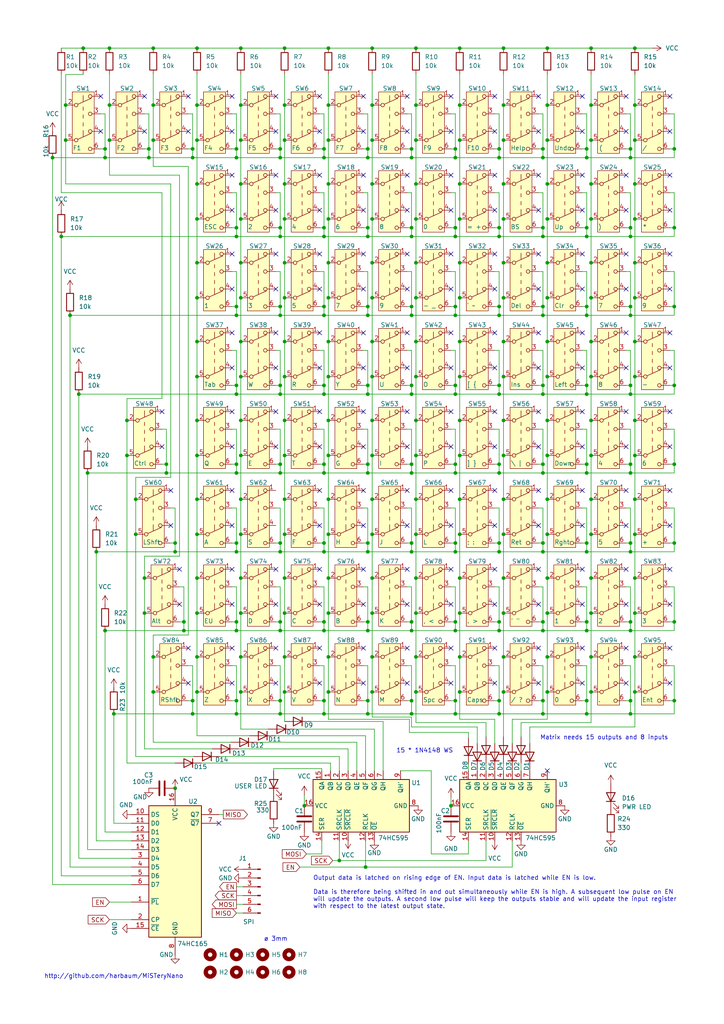
<source format=kicad_sch>
(kicad_sch (version 20231120) (generator "eeschema") (generator_version "8.0")
  (paper "A4" portrait)
  (title_block (title "MiSTeryNano Mini ST Keyboard") (date "2024-11-03") (rev "1.0") (company "Till Harbaum"))
  (junction (at 106.68 203.2))
  (junction (at 144.78 43.18))
  (junction (at 68.58 88.9))
  (junction (at 157.48 91.44))
  (junction (at 158.75 13.97))
  (junction (at 82.55 63.5))
  (junction (at 22.86 114.3))
  (junction (at 119.38 68.58))
  (junction (at 184.15 109.22))
  (junction (at 82.55 13.97))
  (junction (at 93.98 134.62))
  (junction (at 69.85 109.22))
  (junction (at 184.15 177.8))
  (junction (at 120.65 99.06))
  (junction (at 182.88 68.58))
  (junction (at 144.78 134.62))
  (junction (at 144.78 137.16))
  (junction (at 81.28 91.44))
  (junction (at 157.48 203.2))
  (junction (at 171.45 109.22))
  (junction (at 107.95 63.5))
  (junction (at 48.26 137.16))
  (junction (at 184.15 30.48))
  (junction (at 146.05 109.22))
  (junction (at 144.78 45.72))
  (junction (at 36.83 132.08))
  (junction (at 120.65 63.5))
  (junction (at 81.28 68.58))
  (junction (at 107.95 76.2))
  (junction (at 157.48 160.02))
  (junction (at 146.05 132.08))
  (junction (at 81.28 160.02))
  (junction (at 182.88 91.44))
  (junction (at 119.38 182.88))
  (junction (at 195.58 66.04))
  (junction (at 82.55 200.66))
  (junction (at 157.48 111.76))
  (junction (at 144.78 207.01))
  (junction (at 55.88 43.18))
  (junction (at 106.68 43.18))
  (junction (at 170.18 66.04))
  (junction (at 93.98 203.2))
  (junction (at 170.18 207.01))
  (junction (at 95.25 167.64))
  (junction (at 68.58 203.2))
  (junction (at 69.85 63.5))
  (junction (at 95.25 76.2))
  (junction (at 184.15 53.34))
  (junction (at 24.13 13.97))
  (junction (at 81.28 111.76))
  (junction (at 195.58 134.62))
  (junction (at 184.15 86.36))
  (junction (at 182.88 66.04))
  (junction (at 171.45 132.08))
  (junction (at 182.88 88.9))
  (junction (at 133.35 132.08))
  (junction (at 146.05 167.64))
  (junction (at 184.15 99.06))
  (junction (at 195.58 88.9))
  (junction (at 81.28 45.72))
  (junction (at 119.38 111.76))
  (junction (at 146.05 99.06))
  (junction (at 69.85 86.36))
  (junction (at 171.45 167.64))
  (junction (at 158.75 190.5))
  (junction (at 69.85 154.94))
  (junction (at 157.48 114.3))
  (junction (at 88.265 233.68))
  (junction (at 144.78 182.88))
  (junction (at 171.45 154.94))
  (junction (at 119.38 45.72))
  (junction (at 120.65 53.34))
  (junction (at 82.55 76.2))
  (junction (at 184.15 13.97))
  (junction (at 107.95 177.8))
  (junction (at 55.88 45.72))
  (junction (at 130.81 233.68))
  (junction (at 120.65 200.66))
  (junction (at 68.58 45.72))
  (junction (at 119.38 91.44))
  (junction (at 43.18 43.18))
  (junction (at 106.68 68.58))
  (junction (at 195.58 180.34))
  (junction (at 106.68 111.76))
  (junction (at 120.65 144.78))
  (junction (at 43.18 45.72))
  (junction (at 106.045 251.46))
  (junction (at 146.05 154.94))
  (junction (at 69.85 177.8))
  (junction (at 119.38 66.04))
  (junction (at 171.45 63.5))
  (junction (at 144.78 114.3))
  (junction (at 144.78 157.48))
  (junction (at 195.58 157.48))
  (junction (at 119.38 134.62))
  (junction (at 171.45 30.48))
  (junction (at 182.88 137.16))
  (junction (at 31.75 13.97))
  (junction (at 158.75 109.22))
  (junction (at 69.85 200.66))
  (junction (at 107.95 132.08))
  (junction (at 133.35 109.22))
  (junction (at 106.68 114.3))
  (junction (at 158.75 99.06))
  (junction (at 69.85 30.48))
  (junction (at 95.25 30.48))
  (junction (at 132.08 45.72))
  (junction (at 106.68 207.01))
  (junction (at 68.58 180.34))
  (junction (at 93.98 207.01))
  (junction (at 119.38 137.16))
  (junction (at 184.15 154.94))
  (junction (at 57.15 167.64))
  (junction (at 39.37 144.78))
  (junction (at 158.75 76.2))
  (junction (at 133.35 200.66))
  (junction (at 170.18 160.02))
  (junction (at 107.95 109.22))
  (junction (at 146.05 190.5))
  (junction (at 107.95 30.48))
  (junction (at 133.35 30.48))
  (junction (at 30.48 182.88))
  (junction (at 182.88 180.34))
  (junction (at 82.55 99.06))
  (junction (at 195.58 203.2))
  (junction (at 81.28 207.01))
  (junction (at 157.48 43.18))
  (junction (at 182.88 43.18))
  (junction (at 93.98 111.76))
  (junction (at 81.28 134.62))
  (junction (at 184.15 190.5))
  (junction (at 133.35 177.8))
  (junction (at 25.4 137.16))
  (junction (at 57.15 53.34))
  (junction (at 82.55 177.8))
  (junction (at 184.15 144.78))
  (junction (at 93.98 160.02))
  (junction (at 133.35 40.64))
  (junction (at 195.58 43.18))
  (junction (at 157.48 134.62))
  (junction (at 44.45 190.5))
  (junction (at 17.78 68.58))
  (junction (at 133.35 76.2))
  (junction (at 132.08 111.76))
  (junction (at 120.65 30.48))
  (junction (at 95.25 132.08))
  (junction (at 95.25 63.5))
  (junction (at 19.05 30.48))
  (junction (at 68.58 207.01))
  (junction (at 132.08 91.44))
  (junction (at 146.05 30.48))
  (junction (at 171.45 40.64))
  (junction (at 68.58 66.04))
  (junction (at 120.65 86.36))
  (junction (at 170.18 91.44))
  (junction (at 57.15 40.64))
  (junction (at 57.15 144.78))
  (junction (at 146.05 86.36))
  (junction (at 57.15 177.8))
  (junction (at 144.78 88.9))
  (junction (at 82.55 109.22))
  (junction (at 82.55 167.64))
  (junction (at 69.85 40.64))
  (junction (at 69.85 121.92))
  (junction (at 171.45 86.36))
  (junction (at 146.05 53.34))
  (junction (at 27.94 160.02))
  (junction (at 57.15 86.36))
  (junction (at 133.35 13.97))
  (junction (at 55.88 207.01))
  (junction (at 107.95 86.36))
  (junction (at 50.8 228.6))
  (junction (at 133.35 190.5))
  (junction (at 93.98 137.16))
  (junction (at 30.48 43.18))
  (junction (at 157.48 66.04))
  (junction (at 107.95 40.64))
  (junction (at 144.78 66.04))
  (junction (at 146.05 121.92))
  (junction (at 95.25 190.5))
  (junction (at 170.18 111.76))
  (junction (at 82.55 53.34))
  (junction (at 68.58 43.18))
  (junction (at 53.34 182.88))
  (junction (at 57.15 109.22))
  (junction (at 182.88 134.62))
  (junction (at 171.45 200.66))
  (junction (at 106.68 91.44))
  (junction (at 93.98 43.18))
  (junction (at 157.48 207.01))
  (junction (at 69.85 144.78))
  (junction (at 53.34 180.34))
  (junction (at 158.75 121.92))
  (junction (at 81.28 43.18))
  (junction (at 55.88 203.2))
  (junction (at 93.98 157.48))
  (junction (at 82.55 30.48))
  (junction (at 146.05 177.8))
  (junction (at 170.18 68.58))
  (junction (at 57.15 63.5))
  (junction (at 107.95 99.06))
  (junction (at 57.15 121.92))
  (junction (at 95.25 200.66))
  (junction (at 82.55 121.92))
  (junction (at 170.18 180.34))
  (junction (at 69.85 13.97))
  (junction (at 95.25 154.94))
  (junction (at 158.75 53.34))
  (junction (at 82.55 40.64))
  (junction (at 119.38 203.2))
  (junction (at 107.95 190.5))
  (junction (at 132.08 137.16))
  (junction (at 184.15 63.5))
  (junction (at 171.45 99.06))
  (junction (at 81.28 137.16))
  (junction (at 68.58 137.16))
  (junction (at 30.48 45.72))
  (junction (at 182.88 182.88))
  (junction (at 119.38 207.01))
  (junction (at 184.15 40.64))
  (junction (at 120.65 154.94))
  (junction (at 158.75 200.66))
  (junction (at 133.35 144.78))
  (junction (at 170.18 203.2))
  (junction (at 120.65 13.97))
  (junction (at 132.08 157.48))
  (junction (at 158.75 154.94))
  (junction (at 106.68 66.04))
  (junction (at 157.48 88.9))
  (junction (at 41.91 167.64))
  (junction (at 132.08 203.2))
  (junction (at 170.18 134.62))
  (junction (at 106.68 45.72))
  (junction (at 184.15 200.66))
  (junction (at 15.24 45.72))
  (junction (at 68.58 134.62))
  (junction (at 184.15 121.92))
  (junction (at 107.95 200.66))
  (junction (at 93.98 91.44))
  (junction (at 82.55 190.5))
  (junction (at 120.65 167.64))
  (junction (at 170.18 43.18))
  (junction (at 119.38 180.34))
  (junction (at 170.18 114.3))
  (junction (at 95.25 53.34))
  (junction (at 98.425 249.555))
  (junction (at 133.35 121.92))
  (junction (at 95.25 121.92))
  (junction (at 132.08 134.62))
  (junction (at 106.68 137.16))
  (junction (at 68.58 160.02))
  (junction (at 69.85 53.34))
  (junction (at 119.38 43.18))
  (junction (at 158.75 40.64))
  (junction (at 95.25 177.8))
  (junction (at 133.35 86.36))
  (junction (at 68.58 157.48))
  (junction (at 31.75 30.48))
  (junction (at 44.45 13.97))
  (junction (at 132.08 43.18))
  (junction (at 44.45 30.48))
  (junction (at 69.85 190.5))
  (junction (at 120.65 121.92))
  (junction (at 157.48 180.34))
  (junction (at 107.95 144.78))
  (junction (at 157.48 45.72))
  (junction (at 158.75 30.48))
  (junction (at 95.25 13.97))
  (junction (at 93.98 68.58))
  (junction (at 132.08 207.01))
  (junction (at 36.83 121.92))
  (junction (at 93.98 114.3))
  (junction (at 81.28 88.9))
  (junction (at 144.78 180.34))
  (junction (at 170.18 157.48))
  (junction (at 68.58 114.3))
  (junction (at 133.35 167.64))
  (junction (at 95.25 40.64))
  (junction (at 107.95 53.34))
  (junction (at 182.88 203.2))
  (junction (at 93.98 66.04))
  (junction (at 106.68 160.02))
  (junction (at 69.85 167.64))
  (junction (at 144.78 203.2))
  (junction (at 132.08 88.9))
  (junction (at 157.48 182.88))
  (junction (at 93.98 180.34))
  (junction (at 119.38 114.3))
  (junction (at 158.75 177.8))
  (junction (at 106.68 180.34))
  (junction (at 44.45 40.64))
  (junction (at 182.88 45.72))
  (junction (at 120.65 177.8))
  (junction (at 106.68 88.9))
  (junction (at 57.15 154.94))
  (junction (at 133.35 154.94))
  (junction (at 50.8 157.48))
  (junction (at 19.05 40.64))
  (junction (at 120.65 76.2))
  (junction (at 132.08 180.34))
  (junction (at 146.05 13.97))
  (junction (at 106.68 182.88))
  (junction (at 93.98 45.72))
  (junction (at 107.95 167.64))
  (junction (at 31.75 40.64))
  (junction (at 95.25 86.36))
  (junction (at 170.18 45.72))
  (junction (at 171.45 53.34))
  (junction (at 57.15 190.5))
  (junction (at 182.88 114.3))
  (junction (at 171.45 190.5))
  (junction (at 171.45 177.8))
  (junction (at 182.88 111.76))
  (junction (at 133.35 99.06))
  (junction (at 68.58 182.88))
  (junction (at 132.08 160.02))
  (junction (at 184.15 132.08))
  (junction (at 107.95 154.94))
  (junction (at 119.38 88.9))
  (junction (at 68.58 91.44))
  (junction (at 95.25 144.78))
  (junction (at 95.25 99.06))
  (junction (at 119.38 157.48))
  (junction (at 146.05 63.5))
  (junction (at 171.45 121.92))
  (junction (at 93.98 88.9))
  (junction (at 132.08 66.04))
  (junction (at 50.8 160.02))
  (junction (at 41.91 177.8))
  (junction (at 133.35 63.5))
  (junction (at 182.88 157.48))
  (junction (at 82.55 132.08))
  (junction (at 82.55 154.94))
  (junction (at 82.55 86.36))
  (junction (at 81.28 180.34))
  (junction (at 132.08 182.88))
  (junction (at 48.26 134.62))
  (junction (at 57.15 200.66))
  (junction (at 107.95 13.97))
  (junction (at 146.05 76.2))
  (junction (at 158.75 144.78))
  (junction (at 57.15 132.08))
  (junction (at 157.48 157.48))
  (junction (at 132.08 114.3))
  (junction (at 119.38 160.02))
  (junction (at 120.65 190.5))
  (junction (at 69.85 99.06))
  (junction (at 184.15 76.2))
  (junction (at 195.58 111.76))
  (junction (at 107.95 121.92))
  (junction (at 184.15 167.64))
  (junction (at 81.28 203.2))
  (junction (at 81.28 157.48))
  (junction (at 171.45 76.2))
  (junction (at 69.85 132.08))
  (junction (at 106.68 134.62))
  (junction (at 57.15 30.48))
  (junction (at 81.28 182.88))
  (junction (at 158.75 86.36))
  (junction (at 120.65 132.08))
  (junction (at 57.15 99.06))
  (junction (at 158.75 132.08))
  (junction (at 144.78 68.58))
  (junction (at 170.18 182.88))
  (junction (at 144.78 160.02))
  (junction (at 170.18 137.16))
  (junction (at 157.48 137.16))
  (junction (at 171.45 13.97))
  (junction (at 144.78 111.76))
  (junction (at 182.88 207.01))
  (junction (at 171.45 144.78))
  (junction (at 20.32 91.44))
  (junction (at 68.58 68.58))
  (junction (at 182.88 160.02))
  (junction (at 158.75 167.64))
  (junction (at 69.85 76.2))
  (junction (at 57.15 13.97))
  (junction (at 39.37 154.94))
  (junction (at 44.45 200.66))
  (junction (at 93.98 182.88))
  (junction (at 170.18 88.9))
  (junction (at 82.55 144.78))
  (junction (at 68.58 111.76))
  (junction (at 158.75 63.5))
  (junction (at 132.08 68.58))
  (junction (at 120.65 40.64))
  (junction (at 57.15 76.2))
  (junction (at 106.68 157.48))
  (junction (at 120.65 109.22))
  (junction (at 146.05 40.64))
  (junction (at 133.35 53.34))
  (junction (at 146.05 144.78))
  (junction (at 81.28 66.04))
  (junction (at 95.25 109.22))
  (junction (at 146.05 200.66))
  (junction (at 144.78 91.44))
  (junction (at 81.28 114.3))
  (junction (at 33.02 207.01))
  (junction (at 157.48 68.58))
  (no_connect (at 118.11 129.54))
  (no_connect (at 118.11 165.1))
  (no_connect (at 105.41 106.68))
  (no_connect (at 143.51 27.94))
  (no_connect (at 118.11 198.12))
  (no_connect (at 105.41 142.24))
  (no_connect (at 92.71 175.26))
  (no_connect (at 194.31 198.12))
  (no_connect (at 105.41 96.52))
  (no_connect (at 181.61 96.52))
  (no_connect (at 118.11 152.4))
  (no_connect (at 130.81 38.1))
  (no_connect (at 92.71 187.96))
  (no_connect (at 67.31 129.54))
  (no_connect (at 105.41 60.96))
  (no_connect (at 156.21 152.4))
  (no_connect (at 158.75 223.52))
  (no_connect (at 143.51 165.1))
  (no_connect (at 67.31 198.12))
  (no_connect (at 194.31 27.94))
  (no_connect (at 130.81 83.82))
  (no_connect (at 156.21 129.54))
  (no_connect (at 156.21 60.96))
  (no_connect (at 67.31 106.68))
  (no_connect (at 92.71 165.1))
  (no_connect (at 92.71 38.1))
  (no_connect (at 194.31 60.96))
  (no_connect (at 118.11 50.8))
  (no_connect (at 67.31 73.66))
  (no_connect (at 105.41 198.12))
  (no_connect (at 181.61 152.4))
  (no_connect (at 181.61 73.66))
  (no_connect (at 67.31 83.82))
  (no_connect (at 63.5 238.76))
  (no_connect (at 80.01 198.12))
  (no_connect (at 156.21 96.52))
  (no_connect (at 143.51 152.4))
  (no_connect (at 67.31 165.1))
  (no_connect (at 67.31 38.1))
  (no_connect (at 41.91 38.1))
  (no_connect (at 105.41 27.94))
  (no_connect (at 143.51 73.66))
  (no_connect (at 168.91 83.82))
  (no_connect (at 80.01 27.94))
  (no_connect (at 54.61 38.1))
  (no_connect (at 80.01 60.96))
  (no_connect (at 143.51 175.26))
  (no_connect (at 168.91 187.96))
  (no_connect (at 130.81 106.68))
  (no_connect (at 156.21 119.38))
  (no_connect (at 67.31 50.8))
  (no_connect (at 92.71 152.4))
  (no_connect (at 156.21 187.96))
  (no_connect (at 92.71 60.96))
  (no_connect (at 181.61 60.96))
  (no_connect (at 143.51 129.54))
  (no_connect (at 130.81 129.54))
  (no_connect (at 105.41 83.82))
  (no_connect (at 118.11 175.26))
  (no_connect (at 105.41 152.4))
  (no_connect (at 143.51 142.24))
  (no_connect (at 46.99 119.38))
  (no_connect (at 181.61 38.1))
  (no_connect (at 80.01 38.1))
  (no_connect (at 168.91 152.4))
  (no_connect (at 54.61 27.94))
  (no_connect (at 118.11 83.82))
  (no_connect (at 168.91 175.26))
  (no_connect (at 181.61 198.12))
  (no_connect (at 143.51 38.1))
  (no_connect (at 67.31 152.4))
  (no_connect (at 156.21 165.1))
  (no_connect (at 118.11 119.38))
  (no_connect (at 80.01 129.54))
  (no_connect (at 181.61 142.24))
  (no_connect (at 80.01 187.96))
  (no_connect (at 80.01 119.38))
  (no_connect (at 130.81 96.52))
  (no_connect (at 118.11 73.66))
  (no_connect (at 118.11 38.1))
  (no_connect (at 118.11 27.94))
  (no_connect (at 168.91 96.52))
  (no_connect (at 168.91 129.54))
  (no_connect (at 54.61 198.12))
  (no_connect (at 156.21 106.68))
  (no_connect (at 105.41 129.54))
  (no_connect (at 156.21 198.12))
  (no_connect (at 194.31 73.66))
  (no_connect (at 130.81 142.24))
  (no_connect (at 168.91 38.1))
  (no_connect (at 130.81 198.12))
  (no_connect (at 67.31 119.38))
  (no_connect (at 118.11 96.52))
  (no_connect (at 130.81 165.1))
  (no_connect (at 143.51 60.96))
  (no_connect (at 49.53 142.24))
  (no_connect (at 130.81 60.96))
  (no_connect (at 181.61 83.82))
  (no_connect (at 118.11 60.96))
  (no_connect (at 130.81 73.66))
  (no_connect (at 181.61 187.96))
  (no_connect (at 168.91 165.1))
  (no_connect (at 80.01 50.8))
  (no_connect (at 168.91 27.94))
  (no_connect (at 143.51 187.96))
  (no_connect (at 92.71 96.52))
  (no_connect (at 92.71 119.38))
  (no_connect (at 143.51 50.8))
  (no_connect (at 80.01 73.66))
  (no_connect (at 181.61 129.54))
  (no_connect (at 29.21 27.94))
  (no_connect (at 181.61 175.26))
  (no_connect (at 194.31 175.26))
  (no_connect (at 156.21 175.26))
  (no_connect (at 156.21 38.1))
  (no_connect (at 92.71 129.54))
  (no_connect (at 168.91 60.96))
  (no_connect (at 194.31 129.54))
  (no_connect (at 143.51 119.38))
  (no_connect (at 92.71 50.8))
  (no_connect (at 156.21 50.8))
  (no_connect (at 92.71 27.94))
  (no_connect (at 194.31 142.24))
  (no_connect (at 181.61 165.1))
  (no_connect (at 46.99 129.54))
  (no_connect (at 92.71 83.82))
  (no_connect (at 194.31 83.82))
  (no_connect (at 67.31 142.24))
  (no_connect (at 92.71 142.24))
  (no_connect (at 105.41 38.1))
  (no_connect (at 67.31 96.52))
  (no_connect (at 52.07 165.1))
  (no_connect (at 168.91 142.24))
  (no_connect (at 156.21 83.82))
  (no_connect (at 54.61 187.96))
  (no_connect (at 130.81 187.96))
  (no_connect (at 80.01 106.68))
  (no_connect (at 168.91 119.38))
  (no_connect (at 105.41 165.1))
  (no_connect (at 105.41 119.38))
  (no_connect (at 194.31 96.52))
  (no_connect (at 105.41 73.66))
  (no_connect (at 80.01 175.26))
  (no_connect (at 29.21 38.1))
  (no_connect (at 41.91 27.94))
  (no_connect (at 181.61 119.38))
  (no_connect (at 194.31 50.8))
  (no_connect (at 52.07 175.26))
  (no_connect (at 143.51 83.82))
  (no_connect (at 156.21 27.94))
  (no_connect (at 118.11 187.96))
  (no_connect (at 194.31 38.1))
  (no_connect (at 168.91 73.66))
  (no_connect (at 168.91 50.8))
  (no_connect (at 168.91 198.12))
  (no_connect (at 194.31 187.96))
  (no_connect (at 143.51 106.68))
  (no_connect (at 194.31 152.4))
  (no_connect (at 130.81 27.94))
  (no_connect (at 130.81 50.8))
  (no_connect (at 130.81 175.26))
  (no_connect (at 130.81 119.38))
  (no_connect (at 92.71 198.12))
  (no_connect (at 118.11 142.24))
  (no_connect (at 143.51 198.12))
  (no_connect (at 194.31 165.1))
  (no_connect (at 67.31 175.26))
  (no_connect (at 168.91 106.68))
  (no_connect (at 67.31 60.96))
  (no_connect (at 181.61 27.94))
  (no_connect (at 143.51 96.52))
  (no_connect (at 194.31 119.38))
  (no_connect (at 156.21 73.66))
  (no_connect (at 67.31 27.94))
  (no_connect (at 105.41 50.8))
  (no_connect (at 130.81 152.4))
  (no_connect (at 105.41 175.26))
  (no_connect (at 92.71 73.66))
  (no_connect (at 156.21 142.24))
  (no_connect (at 80.01 83.82))
  (no_connect (at 67.31 187.96))
  (no_connect (at 105.41 187.96))
  (no_connect (at 118.11 106.68))
  (no_connect (at 80.01 96.52))
  (no_connect (at 181.61 50.8))
  (no_connect (at 49.53 152.4))
  (no_connect (at 80.01 165.1))
  (no_connect (at 92.71 106.68))
  (no_connect (at 194.31 106.68))
  (no_connect (at 181.61 106.68))
  (wire (pts (xy 140.97 249.555) (xy 98.425 249.555)))
  (wire (pts (xy 156.21 88.9) (xy 157.48 88.9)))
  (wire (pts (xy 92.71 66.04) (xy 93.98 66.04)))
  (wire (pts (xy 153.67 210.82) (xy 184.15 210.82)))
  (wire (pts (xy 182.88 43.18) (xy 182.88 45.72)))
  (wire (pts (xy 119.38 33.02) (xy 119.38 43.18)))
  (wire (pts (xy 184.15 109.22) (xy 184.15 121.92)))
  (wire (pts (xy 107.95 121.92) (xy 107.95 132.08)))
  (wire (pts (xy 118.11 180.34) (xy 119.38 180.34)))
  (wire (pts (xy 157.48 134.62) (xy 157.48 137.16)))
  (wire (pts (xy 120.65 154.94) (xy 120.65 167.64)))
  (wire (pts (xy 168.91 157.48) (xy 170.18 157.48)))
  (wire (pts (xy 108.585 211.455) (xy 108.585 223.52)))
  (wire (pts (xy 146.05 99.06) (xy 146.05 109.22)))
  (wire (pts (xy 195.58 111.76) (xy 195.58 114.3)))
  (wire (pts (xy 69.85 190.5) (xy 69.85 200.66)))
  (wire (pts (xy 153.67 210.82) (xy 153.67 215.5825)))
  (wire (pts (xy 30.48 182.88) (xy 53.34 182.88)))
  (wire (pts (xy 57.15 144.78) (xy 57.15 132.08)))
  (wire (pts (xy 53.34 180.34) (xy 53.34 170.18)))
  (wire (pts (xy 95.885 221.2975) (xy 95.885 223.52)))
  (wire (pts (xy 171.45 99.06) (xy 171.45 109.22)))
  (wire (pts (xy 57.15 86.36) (xy 57.15 99.06)))
  (wire (pts (xy 138.43 210.82) (xy 119.38 210.82)))
  (wire (pts (xy 93.98 124.46) (xy 93.98 134.62)))
  (wire (pts (xy 95.25 132.08) (xy 95.25 144.78)))
  (wire (pts (xy 93.98 78.74) (xy 93.98 88.9)))
  (wire (pts (xy 157.48 170.18) (xy 157.48 180.34)))
  (wire (pts (xy 41.91 161.29) (xy 52.07 161.29)))
  (wire (pts (xy 81.28 45.72) (xy 93.98 45.72)))
  (wire (pts (xy 132.08 147.32) (xy 132.08 157.48)))
  (wire (pts (xy 58.42 221.2975) (xy 95.885 221.2975)))
  (wire (pts (xy 82.55 109.22) (xy 82.55 121.92)))
  (wire (pts (xy 132.08 207.01) (xy 144.78 207.01)))
  (wire (pts (xy 144.78 203.2) (xy 144.78 207.01)))
  (wire (pts (xy 95.25 99.06) (xy 95.25 109.22)))
  (wire (pts (xy 133.35 144.78) (xy 133.35 154.94)))
  (wire (pts (xy 107.95 207.9625) (xy 107.95 200.66)))
  (wire (pts (xy 105.41 101.6) (xy 106.68 101.6)))
  (wire (pts (xy 68.58 147.32) (xy 68.58 157.48)))
  (wire (pts (xy 133.35 190.5) (xy 133.35 200.66)))
  (wire (pts (xy 132.08 45.72) (xy 144.78 45.72)))
  (wire (pts (xy 181.61 124.46) (xy 182.88 124.46)))
  (wire (pts (xy 107.95 144.78) (xy 107.95 154.94)))
  (wire (pts (xy 184.15 121.92) (xy 184.15 132.08)))
  (wire (pts (xy 44.45 48.26) (xy 54.61 48.26)))
  (wire (pts (xy 146.05 86.36) (xy 146.05 99.06)))
  (wire (pts (xy 17.78 55.88) (xy 17.78 21.59)))
  (wire (pts (xy 158.75 63.5) (xy 158.75 76.2)))
  (wire (pts (xy 118.745 212.4075) (xy 135.89 212.4075)))
  (wire (pts (xy 92.71 134.62) (xy 93.98 134.62)))
  (wire (pts (xy 182.88 114.3) (xy 195.58 114.3)))
  (wire (pts (xy 119.38 114.3) (xy 132.08 114.3)))
  (wire (pts (xy 170.18 147.32) (xy 170.18 157.48)))
  (wire (pts (xy 106.68 111.76) (xy 106.68 114.3)))
  (wire (pts (xy 54.61 43.18) (xy 55.88 43.18)))
  (wire (pts (xy 132.08 55.88) (xy 132.08 66.04)))
  (wire (pts (xy 80.01 203.2) (xy 81.28 203.2)))
  (wire (pts (xy 119.38 147.32) (xy 119.38 157.48)))
  (wire (pts (xy 81.28 91.44) (xy 93.98 91.44)))
  (wire (pts (xy 157.48 43.18) (xy 157.48 45.72)))
  (wire (pts (xy 33.02 207.01) (xy 33.02 238.76)))
  (wire (pts (xy 119.38 55.88) (xy 119.38 66.04)))
  (wire (pts (xy 181.61 88.9) (xy 182.88 88.9)))
  (wire (pts (xy 106.68 66.04) (xy 106.68 68.58)))
  (wire (pts (xy 81.28 78.74) (xy 81.28 88.9)))
  (wire (pts (xy 168.91 134.62) (xy 170.18 134.62)))
  (wire (pts (xy 148.59 208.5975) (xy 158.75 208.5975)))
  (wire (pts (xy 118.11 124.46) (xy 119.38 124.46)))
  (wire (pts (xy 194.31 203.2) (xy 195.58 203.2)))
  (wire (pts (xy 143.51 147.32) (xy 144.78 147.32)))
  (wire (pts (xy 181.61 157.48) (xy 182.88 157.48)))
  (wire (pts (xy 50.8 157.48) (xy 50.8 147.32)))
  (wire (pts (xy 144.78 45.72) (xy 157.48 45.72)))
  (wire (pts (xy 19.05 53.34) (xy 49.53 53.34)))
  (wire (pts (xy 194.31 88.9) (xy 195.58 88.9)))
  (wire (pts (xy 168.91 124.46) (xy 170.18 124.46)))
  (wire (pts (xy 95.25 167.64) (xy 95.25 177.8)))
  (wire (pts (xy 195.58 180.34) (xy 195.58 170.18)))
  (wire (pts (xy 105.41 124.46) (xy 106.68 124.46)))
  (wire (pts (xy 69.85 121.92) (xy 69.85 132.08)))
  (wire (pts (xy 118.11 78.74) (xy 119.38 78.74)))
  (wire (pts (xy 22.86 114.3) (xy 22.86 248.92)))
  (wire (pts (xy 68.58 182.88) (xy 81.28 182.88)))
  (wire (pts (xy 194.31 78.74) (xy 195.58 78.74)))
  (wire (pts (xy 92.71 43.18) (xy 93.98 43.18)))
  (wire (pts (xy 118.11 66.04) (xy 119.38 66.04)))
  (wire (pts (xy 106.68 101.6) (xy 106.68 111.76)))
  (wire (pts (xy 41.91 177.8) (xy 41.91 217.17)))
  (wire (pts (xy 130.81 88.9) (xy 132.08 88.9)))
  (wire (pts (xy 132.08 157.48) (xy 132.08 160.02)))
  (wire (pts (xy 195.58 33.02) (xy 195.58 43.18)))
  (wire (pts (xy 116.205 223.52) (xy 125.095 223.52)))
  (wire (pts (xy 133.35 99.06) (xy 133.35 109.22)))
  (wire (pts (xy 194.31 43.18) (xy 195.58 43.18)))
  (wire (pts (xy 156.21 147.32) (xy 157.48 147.32)))
  (wire (pts (xy 81.28 33.02) (xy 81.28 43.18)))
  (wire (pts (xy 80.01 147.32) (xy 81.28 147.32)))
  (wire (pts (xy 140.97 221.2975) (xy 140.97 223.52)))
  (wire (pts (xy 82.55 21.59) (xy 82.55 30.48)))
  (wire (pts (xy 132.08 203.2) (xy 132.08 207.01)))
  (wire (pts (xy 118.11 33.02) (xy 119.38 33.02)))
  (wire (pts (xy 157.48 207.01) (xy 170.18 207.01)))
  (wire (pts (xy 95.25 121.92) (xy 95.25 132.08)))
  (wire (pts (xy 158.75 13.97) (xy 171.45 13.97)))
  (wire (pts (xy 146.05 63.5) (xy 146.05 76.2)))
  (wire (pts (xy 81.28 55.88) (xy 81.28 66.04)))
  (wire (pts (xy 67.31 55.88) (xy 68.58 55.88)))
  (wire (pts (xy 182.88 78.74) (xy 182.88 88.9)))
  (wire (pts (xy 132.08 134.62) (xy 132.08 137.16)))
  (wire (pts (xy 168.91 43.18) (xy 170.18 43.18)))
  (wire (pts (xy 157.48 68.58) (xy 170.18 68.58)))
  (wire (pts (xy 44.45 30.48) (xy 44.45 40.64)))
  (wire (pts (xy 68.58 259.715) (xy 70.485 259.715)))
  (wire (pts (xy 80.01 88.9) (xy 81.28 88.9)))
  (wire (pts (xy 184.15 86.36) (xy 184.15 99.06)))
  (wire (pts (xy 81.28 114.3) (xy 93.98 114.3)))
  (wire (pts (xy 107.95 76.2) (xy 107.95 86.36)))
  (wire (pts (xy 105.41 170.18) (xy 106.68 170.18)))
  (wire (pts (xy 144.78 157.48) (xy 144.78 160.02)))
  (wire (pts (xy 158.75 53.34) (xy 158.75 63.5)))
  (wire (pts (xy 182.88 203.2) (xy 182.88 207.01)))
  (wire (pts (xy 132.08 33.02) (xy 132.08 43.18)))
  (wire (pts (xy 38.1 251.46) (xy 20.32 251.46)))
  (wire (pts (xy 44.45 190.5) (xy 44.45 200.66)))
  (wire (pts (xy 184.15 76.2) (xy 184.15 86.36)))
  (wire (pts (xy 38.1 248.92) (xy 22.86 248.92)))
  (wire (pts (xy 156.21 43.18) (xy 157.48 43.18)))
  (wire (pts (xy 69.85 167.64) (xy 69.85 177.8)))
  (wire (pts (xy 68.58 68.58) (xy 17.78 68.58)))
  (wire (pts (xy 118.11 147.32) (xy 119.38 147.32)))
  (wire (pts (xy 182.88 68.58) (xy 195.58 68.58)))
  (wire (pts (xy 184.15 144.78) (xy 184.15 154.94)))
  (wire (pts (xy 143.51 66.04) (xy 144.78 66.04)))
  (wire (pts (xy 158.75 200.66) (xy 158.75 208.5975)))
  (wire (pts (xy 171.45 109.22) (xy 171.45 121.92)))
  (wire (pts (xy 106.68 33.02) (xy 106.68 43.18)))
  (wire (pts (xy 106.045 243.84) (xy 106.045 251.46)))
  (wire (pts (xy 146.05 21.59) (xy 146.05 30.48)))
  (wire (pts (xy 120.65 177.8) (xy 120.65 190.5)))
  (wire (pts (xy 118.11 193.04) (xy 119.38 193.04)))
  (wire (pts (xy 120.65 76.2) (xy 120.65 86.36)))
  (wire (pts (xy 146.05 40.64) (xy 146.05 53.34)))
  (wire (pts (xy 118.11 157.48) (xy 119.38 157.48)))
  (wire (pts (xy 57.15 200.66) (xy 57.15 213.36)))
  (wire (pts (xy 132.08 114.3) (xy 144.78 114.3)))
  (wire (pts (xy 194.31 180.34) (xy 195.58 180.34)))
  (wire (pts (xy 81.28 111.76) (xy 81.28 114.3)))
  (wire (pts (xy 156.21 134.62) (xy 157.48 134.62)))
  (wire (pts (xy 57.15 154.94) (xy 57.15 167.64)))
  (wire (pts (xy 95.25 109.22) (xy 95.25 121.92)))
  (wire (pts (xy 146.05 144.78) (xy 146.05 154.94)))
  (wire (pts (xy 120.65 86.36) (xy 120.65 99.06)))
  (wire (pts (xy 182.88 124.46) (xy 182.88 134.62)))
  (wire (pts (xy 195.58 55.88) (xy 195.58 66.04)))
  (wire (pts (xy 157.48 157.48) (xy 157.48 160.02)))
  (wire (pts (xy 30.48 33.02) (xy 29.21 33.02)))
  (wire (pts (xy 68.58 88.9) (xy 68.58 91.44)))
  (wire (pts (xy 92.71 193.04) (xy 93.98 193.04)))
  (wire (pts (xy 106.68 147.32) (xy 106.68 157.48)))
  (wire (pts (xy 144.78 43.18) (xy 144.78 45.72)))
  (wire (pts (xy 17.78 68.58) (xy 17.78 254)))
  (wire (pts (xy 194.31 55.88) (xy 195.58 55.88)))
  (wire (pts (xy 81.28 88.9) (xy 81.28 91.44)))
  (wire (pts (xy 67.31 33.02) (xy 68.58 33.02)))
  (wire (pts (xy 106.68 78.74) (xy 106.68 88.9)))
  (wire (pts (xy 67.31 88.9) (xy 68.58 88.9)))
  (wire (pts (xy 168.91 180.34) (xy 170.18 180.34)))
  (wire (pts (xy 120.65 190.5) (xy 120.65 200.66)))
  (wire (pts (xy 54.61 193.04) (xy 55.88 193.04)))
  (wire (pts (xy 170.18 91.44) (xy 182.88 91.44)))
  (wire (pts (xy 156.21 78.74) (xy 157.48 78.74)))
  (wire (pts (xy 171.45 13.97) (xy 184.15 13.97)))
  (wire (pts (xy 144.78 170.18) (xy 144.78 180.34)))
  (wire (pts (xy 105.41 55.88) (xy 106.68 55.88)))
  (wire (pts (xy 148.59 243.84) (xy 148.59 251.46)))
  (wire (pts (xy 85.4075 211.455) (xy 108.585 211.455)))
  (wire (pts (xy 135.89 221.615) (xy 135.89 223.52)))
  (wire (pts (xy 157.48 33.02) (xy 157.48 43.18)))
  (wire (pts (xy 146.05 221.2975) (xy 146.05 223.52)))
  (wire (pts (xy 170.18 111.76) (xy 170.18 114.3)))
  (wire (pts (xy 119.38 124.46) (xy 119.38 134.62)))
  (wire (pts (xy 156.21 170.18) (xy 157.48 170.18)))
  (wire (pts (xy 80.01 78.74) (xy 81.28 78.74)))
  (wire (pts (xy 93.345 222.885) (xy 79.375 222.885)))
  (wire (pts (xy 81.28 68.58) (xy 93.98 68.58)))
  (wire (pts (xy 107.95 154.94) (xy 107.95 167.64)))
  (wire (pts (xy 157.48 203.2) (xy 157.48 207.01)))
  (wire (pts (xy 130.81 134.62) (xy 132.08 134.62)))
  (wire (pts (xy 30.48 43.18) (xy 30.48 33.02)))
  (wire (pts (xy 80.01 43.18) (xy 81.28 43.18)))
  (wire (pts (xy 184.15 154.94) (xy 184.15 167.64)))
  (wire (pts (xy 125.095 247.65) (xy 135.89 247.65)))
  (wire (pts (xy 93.345 247.65) (xy 93.345 243.84)))
  (wire (pts (xy 61.595 217.17) (xy 41.91 217.17)))
  (wire (pts (xy 93.98 134.62) (xy 93.98 137.16)))
  (wire (pts (xy 132.08 182.88) (xy 144.78 182.88)))
  (wire (pts (xy 151.13 209.55) (xy 151.13 213.6775)))
  (wire (pts (xy 57.15 21.59) (xy 57.15 30.48)))
  (wire (pts (xy 80.01 134.62) (xy 81.28 134.62)))
  (wire (pts (xy 106.68 203.2) (xy 106.68 207.01)))
  (wire (pts (xy 95.25 13.97) (xy 107.95 13.97)))
  (wire (pts (xy 95.25 86.36) (xy 95.25 99.06)))
  (wire (pts (xy 68.58 111.76) (xy 68.58 114.3)))
  (wire (pts (xy 143.51 101.6) (xy 144.78 101.6)))
  (wire (pts (xy 105.41 78.74) (xy 106.68 78.74)))
  (wire (pts (xy 106.68 68.58) (xy 119.38 68.58)))
  (wire (pts (xy 69.85 76.2) (xy 69.85 86.36)))
  (wire (pts (xy 143.51 170.18) (xy 144.78 170.18)))
  (wire (pts (xy 194.31 33.02) (xy 195.58 33.02)))
  (wire (pts (xy 118.11 203.2) (xy 119.38 203.2)))
  (wire (pts (xy 143.51 203.2) (xy 144.78 203.2)))
  (wire (pts (xy 68.58 124.46) (xy 68.58 134.62)))
  (wire (pts (xy 92.71 147.32) (xy 93.98 147.32)))
  (wire (pts (xy 81.28 137.16) (xy 93.98 137.16)))
  (wire (pts (xy 81.28 43.18) (xy 81.28 45.72)))
  (wire (pts (xy 82.55 30.48) (xy 82.55 40.64)))
  (wire (pts (xy 144.78 55.88) (xy 144.78 66.04)))
  (wire (pts (xy 156.21 193.04) (xy 157.48 193.04)))
  (wire (pts (xy 82.55 86.36) (xy 82.55 99.06)))
  (wire (pts (xy 54.61 203.2) (xy 55.88 203.2)))
  (wire (pts (xy 181.61 33.02) (xy 182.88 33.02)))
  (wire (pts (xy 181.61 66.04) (xy 182.88 66.04)))
  (wire (pts (xy 170.18 43.18) (xy 170.18 45.72)))
  (wire (pts (xy 184.15 53.34) (xy 184.15 63.5)))
  (wire (pts (xy 44.45 200.66) (xy 44.45 215.265)))
  (wire (pts (xy 168.91 66.04) (xy 170.18 66.04)))
  (wire (pts (xy 181.61 101.6) (xy 182.88 101.6)))
  (wire (pts (xy 168.91 111.76) (xy 170.18 111.76)))
  (wire (pts (xy 36.83 121.92) (xy 36.83 132.08)))
  (wire (pts (xy 68.58 180.34) (xy 68.58 182.88)))
  (wire (pts (xy 98.425 243.84) (xy 98.425 249.555)))
  (wire (pts (xy 82.55 144.78) (xy 82.55 154.94)))
  (wire (pts (xy 93.98 43.18) (xy 93.98 45.72)))
  (wire (pts (xy 184.15 132.08) (xy 184.15 144.78)))
  (wire (pts (xy 168.91 193.04) (xy 170.18 193.04)))
  (wire (pts (xy 67.31 180.34) (xy 68.58 180.34)))
  (wire (pts (xy 194.31 101.6) (xy 195.58 101.6)))
  (wire (pts (xy 146.05 200.66) (xy 146.05 213.6775)))
  (wire (pts (xy 67.31 134.62) (xy 68.58 134.62)))
  (wire (pts (xy 140.97 243.84) (xy 140.97 249.555)))
  (wire (pts (xy 143.51 180.34) (xy 144.78 180.34)))
  (wire (pts (xy 50.8 160.02) (xy 50.8 157.48)))
  (wire (pts (xy 81.28 193.04) (xy 81.28 203.2)))
  (wire (pts (xy 130.81 43.18) (xy 132.08 43.18)))
  (wire (pts (xy 158.75 30.48) (xy 158.75 40.64)))
  (wire (pts (xy 80.01 33.02) (xy 81.28 33.02)))
  (wire (pts (xy 132.08 193.04) (xy 132.08 203.2)))
  (wire (pts (xy 38.1 254) (xy 17.78 254)))
  (wire (pts (xy 195.58 124.46) (xy 195.58 134.62)))
  (wire (pts (xy 143.51 157.48) (xy 144.78 157.48)))
  (wire (pts (xy 181.61 193.04) (xy 182.88 193.04)))
  (wire (pts (xy 31.75 261.62) (xy 38.1 261.62)))
  (wire (pts (xy 106.68 182.88) (xy 119.38 182.88)))
  (wire (pts (xy 39.37 138.43) (xy 49.53 138.43)))
  (wire (pts (xy 46.99 115.57) (xy 36.83 115.57)))
  (wire (pts (xy 105.41 66.04) (xy 106.68 66.04)))
  (wire (pts (xy 63.5 236.22) (xy 64.77 236.22)))
  (wire (pts (xy 52.07 161.29) (xy 52.07 50.8)))
  (wire (pts (xy 146.05 13.97) (xy 158.75 13.97)))
  (wire (pts (xy 30.48 45.72) (xy 30.48 43.18)))
  (wire (pts (xy 119.38 203.2) (xy 119.38 207.01)))
  (wire (pts (xy 106.68 193.04) (xy 106.68 203.2)))
  (wire (pts (xy 55.88 207.01) (xy 68.58 207.01)))
  (wire (pts (xy 92.71 157.48) (xy 93.98 157.48)))
  (wire (pts (xy 171.45 40.64) (xy 171.45 53.34)))
  (wire (pts (xy 119.38 180.34) (xy 119.38 182.88)))
  (wire (pts (xy 170.18 207.01) (xy 182.88 207.01)))
  (wire (pts (xy 182.88 160.02) (xy 195.58 160.02)))
  (wire (pts (xy 144.78 160.02) (xy 157.48 160.02)))
  (wire (pts (xy 106.68 170.18) (xy 106.68 180.34)))
  (wire (pts (xy 105.41 203.2) (xy 106.68 203.2)))
  (wire (pts (xy 151.13 209.55) (xy 171.45 209.55)))
  (wire (pts (xy 157.48 180.34) (xy 157.48 182.88)))
  (wire (pts (xy 146.05 53.34) (xy 146.05 63.5)))
  (wire (pts (xy 81.28 207.01) (xy 93.98 207.01)))
  (wire (pts (xy 168.91 55.88) (xy 170.18 55.88)))
  (wire (pts (xy 132.08 111.76) (xy 132.08 114.3)))
  (wire (pts (xy 41.91 167.64) (xy 41.91 161.29)))
  (wire (pts (xy 81.28 157.48) (xy 81.28 160.02)))
  (wire (pts (xy 171.45 190.5) (xy 171.45 200.66)))
  (wire (pts (xy 80.01 101.6) (xy 81.28 101.6)))
  (wire (pts (xy 67.31 193.04) (xy 68.58 193.04)))
  (wire (pts (xy 156.21 55.88) (xy 157.48 55.88)))
  (wire (pts (xy 194.31 147.32) (xy 195.58 147.32)))
  (wire (pts (xy 171.45 63.5) (xy 171.45 76.2)))
  (wire (pts (xy 170.18 45.72) (xy 182.88 45.72)))
  (wire (pts (xy 157.48 137.16) (xy 170.18 137.16)))
  (wire (pts (xy 168.91 33.02) (xy 170.18 33.02)))
  (wire (pts (xy 158.75 21.59) (xy 158.75 30.48)))
  (wire (pts (xy 119.38 207.9625) (xy 107.95 207.9625)))
  (wire (pts (xy 170.18 157.48) (xy 170.18 160.02)))
  (wire (pts (xy 57.15 167.64) (xy 57.15 177.8)))
  (wire (pts (xy 68.58 114.3) (xy 22.86 114.3)))
  (wire (pts (xy 106.68 114.3) (xy 119.38 114.3)))
  (wire (pts (xy 67.31 78.74) (xy 68.58 78.74)))
  (wire (pts (xy 144.78 66.04) (xy 144.78 68.58)))
  (wire (pts (xy 93.98 33.02) (xy 93.98 43.18)))
  (wire (pts (xy 80.01 55.88) (xy 81.28 55.88)))
  (wire (pts (xy 68.58 203.2) (xy 68.58 207.01)))
  (wire (pts (xy 67.31 66.04) (xy 68.58 66.04)))
  (wire (pts (xy 106.68 134.62) (xy 106.68 137.16)))
  (wire (pts (xy 57.15 99.06) (xy 57.15 109.22)))
  (wire (pts (xy 93.98 170.18) (xy 93.98 180.34)))
  (wire (pts (xy 182.88 170.18) (xy 182.88 180.34)))
  (wire (pts (xy 36.83 115.57) (xy 36.83 121.92)))
  (wire (pts (xy 81.28 147.32) (xy 81.28 157.48)))
  (wire (pts (xy 41.91 33.02) (xy 43.18 33.02)))
  (wire (pts (xy 171.45 154.94) (xy 171.45 167.64)))
  (wire (pts (xy 81.28 101.6) (xy 81.28 111.76)))
  (wire (pts (xy 171.45 200.66) (xy 171.45 209.55)))
  (wire (pts (xy 111.125 209.2325) (xy 111.125 223.52)))
  (wire (pts (xy 120.65 167.64) (xy 120.65 177.8)))
  (wire (pts (xy 95.25 144.78) (xy 95.25 154.94)))
  (wire (pts (xy 82.55 132.08) (xy 82.55 144.78)))
  (wire (pts (xy 184.15 200.66) (xy 184.15 210.82)))
  (wire (pts (xy 132.08 66.04) (xy 132.08 68.58)))
  (wire (pts (xy 93.98 55.88) (xy 93.98 66.04)))
  (wire (pts (xy 63.8175 219.3925) (xy 98.425 219.3925)))
  (wire (pts (xy 171.45 144.78) (xy 171.45 154.94)))
  (wire (pts (xy 118.11 43.18) (xy 119.38 43.18)))
  (wire (pts (xy 171.45 177.8) (xy 171.45 190.5)))
  (wire (pts (xy 67.31 170.18) (xy 68.58 170.18)))
  (wire (pts (xy 27.94 160.02) (xy 50.8 160.02)))
  (wire (pts (xy 55.88 207.01) (xy 33.02 207.01)))
  (wire (pts (xy 93.98 160.02) (xy 106.68 160.02)))
  (wire (pts (xy 69.85 53.34) (xy 69.85 63.5)))
  (wire (pts (xy 82.55 154.94) (xy 82.55 167.64)))
  (wire (pts (xy 120.65 30.48) (xy 120.65 40.64)))
  (wire (pts (xy 170.18 124.46) (xy 170.18 134.62)))
  (wire (pts (xy 171.45 76.2) (xy 171.45 86.36)))
  (wire (pts (xy 106.68 207.01) (xy 119.38 207.01)))
  (wire (pts (xy 171.45 86.36) (xy 171.45 99.06)))
  (wire (pts (xy 135.89 212.4075) (xy 135.89 213.995)))
  (wire (pts (xy 182.88 33.02) (xy 182.88 43.18)))
  (wire (pts (xy 92.71 55.88) (xy 93.98 55.88)))
  (wire (pts (xy 144.78 180.34) (xy 144.78 182.88)))
  (wire (pts (xy 158.75 167.64) (xy 158.75 177.8)))
  (wire (pts (xy 68.58 207.01) (xy 81.28 207.01)))
  (wire (pts (xy 195.58 207.01) (xy 195.58 203.2)))
  (wire (pts (xy 119.38 207.01) (xy 132.08 207.01)))
  (wire (pts (xy 148.59 215.5825) (xy 148.59 208.5975)))
  (wire (pts (xy 43.18 33.02) (xy 43.18 43.18)))
  (wire (pts (xy 184.15 40.64) (xy 184.15 53.34)))
  (wire (pts (xy 68.58 262.255) (xy 70.485 262.255)))
  (wire (pts (xy 194.31 124.46) (xy 195.58 124.46)))
  (wire (pts (xy 107.95 167.64) (xy 107.95 177.8)))
  (wire (pts (xy 46.99 134.62) (xy 48.26 134.62)))
  (wire (pts (xy 170.18 114.3) (xy 182.88 114.3)))
  (wire (pts (xy 182.88 182.88) (xy 195.58 182.88)))
  (wire (pts (xy 93.98 91.44) (xy 106.68 91.44)))
  (wire (pts (xy 44.45 40.64) (xy 44.45 48.26)))
  (wire (pts (xy 95.25 200.66) (xy 95.25 208.5975)))
  (wire (pts (xy 82.55 13.97) (xy 95.25 13.97)))
  (wire (pts (xy 107.95 99.06) (xy 107.95 109.22)))
  (wire (pts (xy 88.9 247.65) (xy 93.345 247.65)))
  (wire (pts (xy 132.08 160.02) (xy 144.78 160.02)))
  (wire (pts (xy 81.28 182.88) (xy 93.98 182.88)))
  (wire (pts (xy 119.38 66.04) (xy 119.38 68.58)))
  (wire (pts (xy 182.88 66.04) (xy 182.88 68.58)))
  (wire (pts (xy 118.11 134.62) (xy 119.38 134.62)))
  (wire (pts (xy 195.58 182.88) (xy 195.58 180.34)))
  (wire (pts (xy 156.21 180.34) (xy 157.48 180.34)))
  (wire (pts (xy 138.43 210.82) (xy 138.43 215.5825)))
  (wire (pts (xy 120.65 132.08) (xy 120.65 144.78)))
  (wire (pts (xy 43.18 45.72) (xy 55.88 45.72)))
  (wire (pts (xy 68.58 160.02) (xy 81.28 160.02)))
  (wire (pts (xy 130.81 55.88) (xy 132.08 55.88)))
  (wire (pts (xy 168.91 147.32) (xy 170.18 147.32)))
  (wire (pts (xy 79.375 222.885) (xy 79.375 223.52)))
  (wire (pts (xy 54.61 48.26) (xy 54.61 184.15)))
  (wire (pts (xy 119.38 193.04) (xy 119.38 203.2)))
  (wire (pts (xy 182.88 180.34) (xy 182.88 182.88)))
  (wire (pts (xy 107.95 109.22) (xy 107.95 121.92)))
  (wire (pts (xy 157.48 55.88) (xy 157.48 66.04)))
  (wire (pts (xy 144.78 137.16) (xy 157.48 137.16)))
  (wire (pts (xy 158.75 121.92) (xy 158.75 132.08)))
  (wire (pts (xy 106.68 124.46) (xy 106.68 134.62)))
  (wire (pts (xy 118.11 111.76) (xy 119.38 111.76)))
  (wire (pts (xy 30.48 45.72) (xy 15.24 45.72)))
  (wire (pts (xy 182.88 147.32) (xy 182.88 157.48)))
  (wire (pts (xy 24.13 21.59) (xy 19.05 21.59)))
  (wire (pts (xy 195.58 157.48) (xy 195.58 160.02)))
  (wire (pts (xy 69.85 144.78) (xy 69.85 154.94)))
  (wire (pts (xy 67.31 203.2) (xy 68.58 203.2)))
  (wire (pts (xy 156.21 157.48) (xy 157.48 157.48)))
  (wire (pts (xy 81.28 180.34) (xy 81.28 182.88)))
  (wire (pts (xy 195.58 134.62) (xy 195.58 137.16)))
  (wire (pts (xy 55.88 45.72) (xy 68.58 45.72)))
  (wire (pts (xy 82.55 167.64) (xy 82.55 177.8)))
  (wire (pts (xy 170.18 101.6) (xy 170.18 111.76)))
  (wire (pts (xy 195.58 101.6) (xy 195.58 111.76)))
  (wire (pts (xy 157.48 193.04) (xy 157.48 203.2)))
  (wire (pts (xy 69.85 13.97) (xy 82.55 13.97)))
  (wire (pts (xy 181.61 147.32) (xy 182.88 147.32)))
  (wire (pts (xy 157.48 91.44) (xy 170.18 91.44)))
  (wire (pts (xy 133.35 40.64) (xy 133.35 53.34)))
  (wire (pts (xy 31.75 50.8) (xy 52.07 50.8)))
  (wire (pts (xy 93.98 182.88) (xy 106.68 182.88)))
  (wire (pts (xy 144.78 33.02) (xy 144.78 43.18)))
  (wire (pts (xy 120.65 144.78) (xy 120.65 154.94)))
  (wire (pts (xy 182.88 134.62) (xy 182.88 137.16)))
  (wire (pts (xy 57.15 30.48) (xy 57.15 40.64)))
  (wire (pts (xy 118.11 101.6) (xy 119.38 101.6)))
  (wire (pts (xy 50.8 221.2975) (xy 36.83 221.2975)))
  (wire (pts (xy 46.99 124.46) (xy 48.26 124.46)))
  (wire (pts (xy 74.6125 215.265) (xy 103.505 215.265)))
  (wire (pts (xy 68.58 170.18) (xy 68.58 180.34)))
  (wire (pts (xy 100.965 217.17) (xy 100.965 223.52)))
  (wire (pts (xy 143.51 193.04) (xy 144.78 193.04)))
  (wire (pts (xy 92.71 180.34) (xy 93.98 180.34)))
  (wire (pts (xy 100.965 243.84) (xy 100.965 243.5225)))
  (wire (pts (xy 67.31 157.48) (xy 68.58 157.48)))
  (wire (pts (xy 130.81 170.18) (xy 132.08 170.18)))
  (wire (pts (xy 181.61 170.18) (xy 182.88 170.18)))
  (wire (pts (xy 82.55 53.34) (xy 82.55 63.5)))
  (wire (pts (xy 181.61 78.74) (xy 182.88 78.74)))
  (wire (pts (xy 69.85 30.48) (xy 69.85 40.64)))
  (wire (pts (xy 181.61 43.18) (xy 182.88 43.18)))
  (wire (pts (xy 57.15 53.34) (xy 57.15 63.5)))
  (wire (pts (xy 132.08 43.18) (xy 132.08 45.72)))
  (wire (pts (xy 95.25 40.64) (xy 95.25 53.34)))
  (wire (pts (xy 31.75 50.8) (xy 31.75 40.64)))
  (wire (pts (xy 119.38 157.48) (xy 119.38 160.02)))
  (wire (pts (xy 95.25 21.59) (xy 95.25 30.48)))
  (wire (pts (xy 182.88 45.72) (xy 195.58 45.72)))
  (wire (pts (xy 184.15 30.48) (xy 184.15 40.64)))
  (wire (pts (xy 182.88 88.9) (xy 182.88 91.44)))
  (wire (pts (xy 92.71 124.46) (xy 93.98 124.46)))
  (wire (pts (xy 29.21 43.18) (xy 30.48 43.18)))
  (wire (pts (xy 170.18 134.62) (xy 170.18 137.16)))
  (wire (pts (xy 68.58 68.58) (xy 81.28 68.58)))
  (wire (pts (xy 93.98 68.58) (xy 106.68 68.58)))
  (wire (pts (xy 105.41 111.76) (xy 106.68 111.76)))
  (wire (pts (xy 90.17 209.2325) (xy 111.125 209.2325)))
  (wire (pts (xy 158.75 177.8) (xy 158.75 190.5)))
  (wire (pts (xy 157.48 88.9) (xy 157.48 91.44)))
  (wire (pts (xy 38.1 238.76) (xy 33.02 238.76)))
  (wire (pts (xy 57.15 40.64) (xy 57.15 53.34)))
  (wire (pts (xy 82.55 99.06) (xy 82.55 109.22)))
  (wire (pts (xy 156.21 33.02) (xy 157.48 33.02)))
  (wire (pts (xy 77.7875 211.455) (xy 69.85 211.455)))
  (wire (pts (xy 68.58 134.62) (xy 68.58 137.16)))
  (wire (pts (xy 157.48 66.04) (xy 157.48 68.58)))
  (wire (pts (xy 68.58 257.175) (xy 70.485 257.175)))
  (wire (pts (xy 19.05 30.48) (xy 19.05 40.64)))
  (wire (pts (xy 144.78 111.76) (xy 144.78 114.3)))
  (wire (pts (xy 80.01 170.18) (xy 81.28 170.18)))
  (wire (pts (xy 132.08 88.9) (xy 132.08 91.44)))
  (wire (pts (xy 184.15 99.06) (xy 184.15 109.22)))
  (wire (pts (xy 39.37 144.78) (xy 39.37 154.94)))
  (wire (pts (xy 48.26 134.62) (xy 48.26 137.16)))
  (wire (pts (xy 170.18 180.34) (xy 170.18 182.88)))
  (wire (pts (xy 146.05 109.22) (xy 146.05 121.92)))
  (wire (pts (xy 119.38 101.6) (xy 119.38 111.76)))
  (wire (pts (xy 54.61 184.15) (xy 44.45 184.15)))
  (wire (pts (xy 143.51 124.46) (xy 144.78 124.46)))
  (wire (pts (xy 95.25 76.2) (xy 95.25 86.36)))
  (wire (pts (xy 184.15 190.5) (xy 184.15 200.66)))
  (wire (pts (xy 106.68 160.02) (xy 119.38 160.02)))
  (wire (pts (xy 157.48 182.88) (xy 170.18 182.88)))
  (wire (pts (xy 68.58 43.18) (xy 68.58 45.72)))
  (wire (pts (xy 105.41 180.34) (xy 106.68 180.34)))
  (wire (pts (xy 130.81 193.04) (xy 132.08 193.04)))
  (wire (pts (xy 119.38 43.18) (xy 119.38 45.72)))
  (wire (pts (xy 57.15 200.66) (xy 57.15 190.5)))
  (wire (pts (xy 120.65 13.97) (xy 133.35 13.97)))
  (wire (pts (xy 168.91 101.6) (xy 170.18 101.6)))
  (wire (pts (xy 105.41 33.02) (xy 106.68 33.02)))
  (wire (pts (xy 168.91 203.2) (xy 170.18 203.2)))
  (wire (pts (xy 133.35 76.2) (xy 133.35 86.36)))
  (wire (pts (xy 92.71 111.76) (xy 93.98 111.76)))
  (wire (pts (xy 144.78 88.9) (xy 144.78 91.44)))
  (wire (pts (xy 194.31 111.76) (xy 195.58 111.76)))
  (wire (pts (xy 44.45 13.97) (xy 57.15 13.97)))
  (wire (pts (xy 69.215 217.17) (xy 100.965 217.17)))
  (wire (pts (xy 106.68 180.34) (xy 106.68 182.88)))
  (wire (pts (xy 119.38 160.02) (xy 132.08 160.02)))
  (wire (pts (xy 130.81 124.46) (xy 132.08 124.46)))
  (wire (pts (xy 181.61 111.76) (xy 182.88 111.76)))
  (wire (pts (xy 58.42 144.78) (xy 57.15 144.78)))
  (wire (pts (xy 170.18 66.04) (xy 170.18 68.58)))
  (wire (pts (xy 31.75 30.48) (xy 31.75 40.64)))
  (wire (pts (xy 30.48 45.72) (xy 43.18 45.72)))
  (wire (pts (xy 132.08 180.34) (xy 132.08 182.88)))
  (wire (pts (xy 146.05 177.8) (xy 146.05 190.5)))
  (wire (pts (xy 105.41 193.04) (xy 106.68 193.04)))
  (wire (pts (xy 80.01 180.34) (xy 81.28 180.34)))
  (wire (pts (xy 68.58 33.02) (xy 68.58 43.18)))
  (wire (pts (xy 68.58 264.795) (xy 70.485 264.795)))
  (wire (pts (xy 49.53 138.43) (xy 49.53 53.34)))
  (wire (pts (xy 143.51 215.5825) (xy 143.51 208.5975)))
  (wire (pts (xy 81.28 66.04) (xy 81.28 68.58)))
  (wire (pts (xy 57.15 109.22) (xy 57.15 121.92)))
  (wire (pts (xy 132.08 68.58) (xy 144.78 68.58)))
  (wire (pts (xy 107.95 63.5) (xy 107.95 76.2)))
  (wire (pts (xy 96.52 249.555) (xy 98.425 249.555)))
  (wire (pts (xy 118.11 170.18) (xy 119.38 170.18)))
  (wire (pts (xy 57.15 13.97) (xy 69.85 13.97)))
  (wire (pts (xy 157.48 45.72) (xy 170.18 45.72)))
  (wire (pts (xy 144.78 193.04) (xy 144.78 203.2)))
  (wire (pts (xy 158.75 86.36) (xy 158.75 99.06)))
  (wire (pts (xy 181.61 55.88) (xy 182.88 55.88)))
  (wire (pts (xy 67.31 124.46) (xy 68.58 124.46)))
  (wire (pts (xy 81.28 160.02) (xy 93.98 160.02)))
  (wire (pts (xy 48.26 124.46) (xy 48.26 134.62)))
  (wire (pts (xy 133.35 63.5) (xy 133.35 76.2)))
  (wire (pts (xy 86.995 251.46) (xy 106.045 251.46)))
  (wire (pts (xy 170.18 88.9) (xy 170.18 91.44)))
  (wire (pts (xy 92.71 203.2) (xy 93.98 203.2)))
  (wire (pts (xy 156.21 124.46) (xy 157.48 124.46)))
  (wire (pts (xy 168.91 78.74) (xy 170.18 78.74)))
  (wire (pts (xy 38.1 256.54) (xy 15.24 256.54)))
  (wire (pts (xy 132.08 91.44) (xy 144.78 91.44)))
  (wire (pts (xy 157.48 124.46) (xy 157.48 134.62)))
  (wire (pts (xy 31.75 21.59) (xy 31.75 30.48)))
  (wire (pts (xy 184.15 167.64) (xy 184.15 177.8)))
  (wire (pts (xy 144.78 182.88) (xy 157.48 182.88)))
  (wire (pts (xy 95.25 190.5) (xy 95.25 200.66)))
  (wire (pts (xy 195.58 170.18) (xy 194.31 170.18)))
  (wire (pts (xy 105.41 88.9) (xy 106.68 88.9)))
  (wire (pts (xy 144.78 147.32) (xy 144.78 157.48)))
  (wire (pts (xy 44.45 21.59) (xy 44.45 30.48)))
  (wire (pts (xy 36.83 132.08) (xy 36.83 221.2975)))
  (wire (pts (xy 146.05 154.94) (xy 146.05 167.64)))
  (wire (pts (xy 68.58 101.6) (xy 68.58 111.76)))
  (wire (pts (xy 93.98 88.9) (xy 93.98 91.44)))
  (wire (pts (xy 27.94 160.02) (xy 27.94 243.84)))
  (wire (pts (xy 133.35 132.08) (xy 133.35 144.78)))
  (wire (pts (xy 80.01 193.04) (xy 81.28 193.04)))
  (wire (pts (xy 69.85 99.06) (xy 69.85 109.22)))
  (wire (pts (xy 184.15 13.97) (xy 189.23 13.97)))
  (wire (pts (xy 171.45 30.48) (xy 171.45 40.64)))
  (wire (pts (xy 170.18 68.58) (xy 182.88 68.58)))
  (wire (pts (xy 49.53 157.48) (xy 50.8 157.48)))
  (wire (pts (xy 157.48 101.6) (xy 157.48 111.76)))
  (wire (pts (xy 81.28 170.18) (xy 81.28 180.34)))
  (wire (pts (xy 170.18 78.74) (xy 170.18 88.9)))
  (wire (pts (xy 195.58 193.04) (xy 194.31 193.04)))
  (wire (pts (xy 82.55 76.2) (xy 82.55 86.36)))
  (wire (pts (xy 93.98 137.16) (xy 106.68 137.16)))
  (wire (pts (xy 120.65 53.34) (xy 120.65 63.5)))
  (wire (pts (xy 95.25 30.48) (xy 95.25 40.64)))
  (wire (pts (xy 93.345 223.52) (xy 93.345 222.885)))
  (wire (pts (xy 69.85 63.5) (xy 69.85 76.2)))
  (wire (pts (xy 170.18 170.18) (xy 170.18 180.34)))
  (wire (pts (xy 92.71 78.74) (xy 93.98 78.74)))
  (wire (pts (xy 132.08 101.6) (xy 132.08 111.76)))
  (wire (pts (xy 156.21 101.6) (xy 157.48 101.6)))
  (wire (pts (xy 106.68 43.18) (xy 106.68 45.72)))
  (wire (pts (xy 130.81 231.14) (xy 130.81 233.68)))
  (wire (pts (xy 55.88 43.18) (xy 55.88 45.72)))
  (wire (pts (xy 170.18 33.02) (xy 170.18 43.18)))
  (wire (pts (xy 107.95 21.59) (xy 107.95 30.48)))
  (wire (pts (xy 120.65 200.66) (xy 120.65 209.55)))
  (wire (pts (xy 93.98 203.2) (xy 93.98 207.01)))
  (wire (pts (xy 72.39 213.36) (xy 57.15 213.36)))
  (wire (pts (xy 168.91 170.18) (xy 170.18 170.18)))
  (wire (pts (xy 106.68 91.44) (xy 119.38 91.44)))
  (wire (pts (xy 182.88 137.16) (xy 195.58 137.16)))
  (wire (pts (xy 119.38 91.44) (xy 132.08 91.44)))
  (wire (pts (xy 156.21 111.76) (xy 157.48 111.76)))
  (wire (pts (xy 171.45 121.92) (xy 171.45 132.08)))
  (wire (pts (xy 170.18 55.88) (xy 170.18 66.04)))
  (wire (pts (xy 81.28 124.46) (xy 81.28 134.62)))
  (wire (pts (xy 182.88 101.6) (xy 182.88 111.76)))
  (wire (pts (xy 58.42 154.94) (xy 57.15 154.94)))
  (wire (pts (xy 80.01 213.36) (xy 106.045 213.36)))
  (wire (pts (xy 93.98 45.72) (xy 106.68 45.72)))
  (wire (pts (xy 68.58 193.04) (xy 68.58 203.2)))
  (wire (pts (xy 68.58 78.74) (xy 68.58 88.9)))
  (wire (pts (xy 184.15 177.8) (xy 184.15 190.5)))
  (wire (pts (xy 24.13 13.97) (xy 31.75 13.97)))
  (wire (pts (xy 130.81 78.74) (xy 132.08 78.74)))
  (wire (pts (xy 92.71 33.02) (xy 93.98 33.02)))
  (wire (pts (xy 171.45 167.64) (xy 171.45 177.8)))
  (wire (pts (xy 157.48 78.74) (xy 157.48 88.9)))
  (wire (pts (xy 194.31 157.48) (xy 195.58 157.48)))
  (wire (pts (xy 133.35 109.22) (xy 133.35 121.92)))
  (wire (pts (xy 182.88 193.04) (xy 182.88 203.2)))
  (wire (pts (xy 130.81 101.6) (xy 132.08 101.6)))
  (wire (pts (xy 105.41 43.18) (xy 106.68 43.18)))
  (wire (pts (xy 48.26 137.16) (xy 68.58 137.16)))
  (wire (pts (xy 46.99 55.88) (xy 17.78 55.88)))
  (wire (pts (xy 146.05 121.92) (xy 146.05 132.08)))
  (wire (pts (xy 182.88 55.88) (xy 182.88 66.04)))
  (wire (pts (xy 143.51 43.18) (xy 144.78 43.18)))
  (wire (pts (xy 146.05 190.5) (xy 146.05 200.66)))
  (wire (pts (xy 68.58 160.02) (xy 50.8 160.02)))
  (wire (pts (xy 69.85 200.66) (xy 69.85 211.455)))
  (wire (pts (xy 19.05 21.59) (xy 19.05 30.48)))
  (wire (pts (xy 125.095 223.52) (xy 125.095 247.65)))
  (wire (pts (xy 67.31 101.6) (xy 68.58 101.6)))
  (wire (pts (xy 182.88 157.48) (xy 182.88 160.02)))
  (wire (pts (xy 132.08 170.18) (xy 132.08 180.34)))
  (wire (pts (xy 130.81 147.32) (xy 132.08 147.32)))
  (wire (pts (xy 38.1 243.84) (xy 27.94 243.84)))
  (wire (pts (xy 93.98 157.48) (xy 93.98 160.02)))
  (wire (pts (xy 120.65 99.06) (xy 120.65 109.22)))
  (wire (pts (xy 157.48 147.32) (xy 157.48 157.48)))
  (wire (pts (xy 107.95 13.97) (xy 120.65 13.97)))
  (wire (pts (xy 146.05 30.48) (xy 146.05 40.64)))
  (wire (pts (xy 146.05 132.08) (xy 146.05 144.78)))
  (wire (pts (xy 184.15 21.59) (xy 184.15 30.48)))
  (wire (pts (xy 53.34 182.88) (xy 53.34 180.34)))
  (wire (pts (xy 181.61 180.34) (xy 182.88 180.34)))
  (wire (pts (xy 132.08 124.46) (xy 132.08 134.62)))
  (wire (pts (xy 143.51 111.76) (xy 144.78 111.76)))
  (wire (pts (xy 57.15 76.2) (xy 57.15 86.36)))
  (wire (pts (xy 82.55 190.5) (xy 82.55 200.66)))
  (wire (pts (xy 133.35 200.66) (xy 133.35 208.5975)))
  (wire (pts (xy 120.65 40.64) (xy 120.65 53.34)))
  (wire (pts (xy 143.51 33.02) (xy 144.78 33.02)))
  (wire (pts (xy 153.67 223.52) (xy 153.67 223.2025)))
  (wire (pts (xy 39.37 144.78) (xy 39.37 138.43)))
  (wire (pts (xy 120.65 209.55) (xy 140.97 209.55)))
  (wire (pts (xy 93.98 207.01) (xy 106.68 207.01)))
  (wire (pts (xy 81.28 134.62) (xy 81.28 137.16)))
  (wire (pts (xy 171.45 132.08) (xy 171.45 144.78)))
  (wire (pts (xy 68.58 91.44) (xy 81.28 91.44)))
  (wire (pts (xy 120.65 63.5) (xy 120.65 76.2)))
  (wire (pts (xy 181.61 134.62) (xy 182.88 134.62)))
  (wire (pts (xy 107.95 190.5) (xy 107.95 200.66)))
  (wire (pts (xy 54.61 33.02) (xy 55.88 33.02)))
  (wire (pts (xy 80.01 124.46) (xy 81.28 124.46)))
  (wire (pts (xy 68.58 182.88) (xy 53.34 182.88)))
  (wire (pts (xy 170.18 182.88) (xy 182.88 182.88)))
  (wire (pts (xy 143.51 223.52) (xy 143.51 223.2025)))
  (wire (pts (xy 93.98 180.34) (xy 93.98 182.88)))
  (wire (pts (xy 55.88 33.02) (xy 55.88 43.18)))
  (wire (pts (xy 195.58 147.32) (xy 195.58 157.48)))
  (wire (pts (xy 130.81 33.02) (xy 132.08 33.02)))
  (wire (pts (xy 80.01 66.04) (xy 81.28 66.04)))
  (wire (pts (xy 31.75 13.97) (xy 44.45 13.97)))
  (wire (pts (xy 151.13 221.2975) (xy 151.13 223.52)))
  (wire (pts (xy 46.99 55.88) (xy 46.99 115.57)))
  (wire (pts (xy 95.25 208.5975) (xy 118.745 208.5975)))
  (wire (pts (xy 118.745 208.5975) (xy 118.745 212.4075)))
  (wire (pts (xy 68.58 45.72) (xy 81.28 45.72)))
  (wire (pts (xy 182.88 207.01) (xy 195.58 207.01)))
  (wire (pts (xy 118.11 55.88) (xy 119.38 55.88)))
  (wire (pts (xy 69.85 154.94) (xy 69.85 167.64)))
  (wire (pts (xy 133.35 53.34) (xy 133.35 63.5)))
  (wire (pts (xy 57.15 177.8) (xy 57.15 190.5)))
  (wire (pts (xy 15.24 45.72) (xy 15.24 256.54)))
  (wire (pts (xy 130.81 180.34) (xy 132.08 180.34)))
  (wire (pts (xy 105.41 157.48) (xy 106.68 157.48)))
  (wire (pts (xy 69.85 86.36) (xy 69.85 99.06)))
  (wire (pts (xy 57.15 63.5) (xy 57.15 76.2)))
  (wire (pts (xy 105.41 134.62) (xy 106.68 134.62)))
  (wire (pts (xy 120.65 21.59) (xy 120.65 30.48)))
  (wire (pts (xy 52.07 180.34) (xy 53.34 180.34)))
  (wire (pts (xy 133.35 177.8) (xy 133.35 190.5)))
  (wire (pts (xy 119.38 137.16) (xy 132.08 137.16)))
  (wire (pts (xy 144.78 78.74) (xy 144.78 88.9)))
  (wire (pts (xy 107.95 30.48) (xy 107.95 40.64)))
  (wire (pts (xy 132.08 78.74) (xy 132.08 88.9)))
  (wire (pts (xy 130.81 66.04) (xy 132.08 66.04)))
  (wire (pts (xy 55.88 203.2) (xy 55.88 207.01)))
  (wire (pts (xy 143.51 208.5975) (xy 133.35 208.5975)))
  (wire (pts (xy 69.85 132.08) (xy 69.85 144.78)))
  (wire (pts (xy 143.51 78.74) (xy 144.78 78.74)))
  (wire (pts (xy 92.71 170.18) (xy 93.98 170.18)))
  (wire (pts (xy 158.75 40.64) (xy 158.75 53.34)))
  (wire (pts (xy 182.88 91.44) (xy 195.58 91.44)))
  (wire (pts (xy 67.31 111.76) (xy 68.58 111.76)))
  (wire (pts (xy 50.8 147.32) (xy 49.53 147.32)))
  (wire (pts (xy 133.35 21.59) (xy 133.35 30.48)))
  (wire (pts (xy 107.95 53.34) (xy 107.95 63.5)))
  (wire (pts (xy 157.48 111.76) (xy 157.48 114.3)))
  (wire (pts (xy 81.28 203.2) (xy 81.28 207.01)))
  (wire (pts (xy 30.48 182.88) (xy 30.48 241.3)))
  (wire (pts (xy 93.98 66.04) (xy 93.98 68.58)))
  (wire (pts (xy 132.08 137.16) (xy 144.78 137.16)))
  (wire (pts (xy 119.38 134.62) (xy 119.38 137.16)))
  (wire (pts (xy 106.045 213.36) (xy 106.045 223.52)))
  (wire (pts (xy 120.65 121.92) (xy 120.65 132.08)))
  (wire (pts (xy 82.55 200.66) (xy 82.55 209.2325)))
  (wire (pts (xy 170.18 137.16) (xy 182.88 137.16)))
  (wire (pts (xy 41.91 43.18) (xy 43.18 43.18)))
  (wire (pts (xy 144.78 134.62) (xy 144.78 137.16)))
  (wire (pts (xy 119.38 210.82) (xy 119.38 207.9625)))
  (wire (pts (xy 68.58 91.44) (xy 20.32 91.44)))
  (wire (pts (xy 93.98 101.6) (xy 93.98 111.76)))
  (wire (pts (xy 133.35 13.97) (xy 146.05 13.97)))
  (wire (pts (xy 195.58 43.18) (xy 195.58 45.72)))
  (wire (pts (xy 68.58 114.3) (xy 81.28 114.3)))
  (wire (pts (xy 69.85 177.8) (xy 69.85 190.5)))
  (wire (pts (xy 148.59 223.52) (xy 148.59 223.2025)))
  (wire (pts (xy 119.38 170.18) (xy 119.38 180.34)))
  (wire (pts (xy 146.05 167.64) (xy 146.05 177.8)))
  (wire (pts (xy 93.98 114.3) (xy 106.68 114.3)))
  (wire (pts (xy 95.25 177.8) (xy 95.25 190.5)))
  (wire (pts (xy 56.1975 219.3925) (xy 39.37 219.3925)))
  (wire (pts (xy 39.37 154.94) (xy 39.37 219.3925)))
  (wire (pts (xy 67.31 43.18) (xy 68.58 43.18)))
  (wire (pts (xy 93.98 147.32) (xy 93.98 157.48)))
  (wire (pts (xy 31.75 266.7) (xy 38.1 266.7)))
  (wire (pts (xy 107.95 40.64) (xy 107.95 53.34)))
  (wire (pts (xy 95.25 53.34) (xy 95.25 63.5)))
  (wire (pts (xy 181.61 203.2) (xy 182.88 203.2)))
  (wire (pts (xy 158.75 154.94) (xy 158.75 167.64)))
  (wire (pts (xy 156.21 203.2) (xy 157.48 203.2)))
  (wire (pts (xy 25.4 137.16) (xy 48.26 137.16)))
  (wire (pts (xy 158.75 190.5) (xy 158.75 200.66)))
  (wire (pts (xy 184.15 63.5) (xy 184.15 76.2)))
  (wire (pts (xy 130.81 111.76) (xy 132.08 111.76)))
  (wire (pts (xy 119.38 111.76) (xy 119.38 114.3)))
  (wire (pts (xy 119.38 45.72) (xy 132.08 45.72)))
  (wire (pts (xy 80.01 111.76) (xy 81.28 111.76)))
  (wire (pts (xy 158.75 99.06) (xy 158.75 109.22)))
  (wire (pts (xy 107.95 86.36) (xy 107.95 99.06)))
  (wire (pts (xy 158.75 132.08) (xy 158.75 144.78)))
  (wire (pts (xy 69.85 21.59) (xy 69.85 30.48)))
  (wire (pts (xy 68.58 157.48) (xy 68.58 160.02)))
  (wire (pts (xy 106.68 55.88) (xy 106.68 66.04)))
  (wire (pts (xy 143.51 134.62) (xy 144.78 134.62)))
  (wire (pts (xy 146.05 76.2) (xy 146.05 86.36)))
  (wire (pts (xy 144.78 114.3) (xy 157.48 114.3)))
  (wire (pts (xy 143.51 88.9) (xy 144.78 88.9)))
  (wire (pts (xy 107.95 132.08) (xy 107.95 144.78)))
  (wire (pts (xy 103.505 215.265) (xy 103.505 223.52)))
  (wire (pts (xy 55.88 193.04) (xy 55.88 203.2)))
  (wire (pts (xy 107.95 177.8) (xy 107.95 190.5)))
  (wire (pts (xy 135.89 247.65) (xy 135.89 243.84)))
  (wire (pts (xy 144.78 101.6) (xy 144.78 111.76)))
  (wire (pts (xy 157.48 160.02) (xy 170.18 160.02)))
  (wire (pts (xy 144.78 207.01) (xy 157.48 207.01)))
  (wire (pts (xy 106.68 45.72) (xy 119.38 45.72)))
  (wire (pts (xy 92.71 88.9) (xy 93.98 88.9)))
  (wire (pts (xy 194.31 134.62) (xy 195.58 134.62)))
  (wire (pts (xy 105.41 147.32) (xy 106.68 147.32)))
  (wire (pts (xy 120.65 109.22) (xy 120.65 121.92)))
  (wire (pts (xy 170.18 160.02) (xy 182.88 160.02)))
  (wire (pts (xy 143.51 55.88) (xy 144.78 55.88)))
  (wire (pts (xy 43.18 43.18) (xy 43.18 45.72)))
  (wire (pts (xy 95.25 154.94) (xy 95.25 167.64)))
  (wire (pts (xy 130.81 157.48) (xy 132.08 157.48)))
  (wire (pts (xy 93.98 111.76) (xy 93.98 114.3)))
  (wire (pts (xy 119.38 68.58) (xy 132.08 68.58)))
  (wire (pts (xy 118.11 88.9) (xy 119.38 88.9)))
  (wire (pts (xy 158.75 76.2) (xy 158.75 86.36)))
  (wire (pts (xy 82.55 63.5) (xy 82.55 76.2)))
  (wire (pts (xy 170.18 193.04) (xy 170.18 203.2)))
  (wire (pts (xy 17.78 13.97) (xy 24.13 13.97)))
  (wire (pts (xy 92.71 101.6) (xy 93.98 101.6)))
  (wire (pts (xy 19.05 53.34) (xy 19.05 40.64)))
  (wire (pts (xy 80.01 157.48) (xy 81.28 157.48)))
  (wire (pts (xy 119.38 88.9) (xy 119.38 91.44)))
  (wire (pts (xy 38.1 246.38) (xy 25.4 246.38)))
  (wire (pts (xy 106.68 157.48) (xy 106.68 160.02)))
  (wire (pts (xy 95.25 63.5) (xy 95.25 76.2)))
  (wire (pts (xy 130.81 203.2) (xy 132.08 203.2)))
  (wire (pts (xy 67.31 147.32) (xy 68.58 147.32)))
  (wire (pts (xy 157.48 114.3) (xy 170.18 114.3)))
  (wire (pts (xy 182.88 111.76) (xy 182.88 114.3)))
  (wire (pts (xy 57.15 132.08) (xy 57.15 121.92)))
  (wire (pts (xy 98.425 219.3925) (xy 98.425 223.52)))
  (wire (pts (xy 106.045 251.46) (xy 148.59 251.46)))
  (wire (pts (xy 106.68 88.9) (xy 106.68 91.44)))
  (wire (pts (xy 195.58 78.74) (xy 195.58 88.9)))
  (wire (pts (xy 119.38 78.74) (xy 119.38 88.9)))
  (wire (pts (xy 69.85 40.64) (xy 69.85 53.34)))
  (wire (pts (xy 195.58 88.9) (xy 195.58 91.44)))
  (wire (pts (xy 119.38 182.88) (xy 132.08 182.88)))
  (wire (pts (xy 68.58 66.04) (xy 68.58 68.58)))
  (wire (pts (xy 195.58 203.2) (xy 195.58 193.04)))
  (wire (pts (xy 133.35 86.36) (xy 133.35 99.06)))
  (wire (pts (xy 138.43 223.52) (xy 138.43 223.2025)))
  (wire (pts (xy 133.35 30.48) (xy 133.35 40.64)))
  (wire (pts (xy 133.35 154.94) (xy 133.35 167.64)))
  (wire (pts (xy 133.35 167.64) (xy 133.35 177.8)))
  (wire (pts (xy 168.91 88.9) (xy 170.18 88.9)))
  (wire (pts (xy 82.55 40.64) (xy 82.55 53.34)))
  (wire (pts (xy 82.55 177.8) (xy 82.55 190.5)))
  (wire (pts (xy 25.4 137.16) (xy 25.4 246.38)))
  (wire (pts (xy 66.9925 215.265) (xy 44.45 215.265)))
  (wire (pts (xy 171.45 21.59) (xy 171.45 30.48)))
  (wire (pts (xy 144.78 91.44) (xy 157.48 91.44)))
  (wire (pts (xy 69.85 109.22) (xy 69.85 121.92)))
  (wire (pts (xy 82.55 121.92) (xy 82.55 132.08)))
  (wire (pts (xy 106.68 137.16) (xy 119.38 137.16)))
  (wire (pts (xy 57.15 154.94) (xy 57.15 144.78)))
  (wire (pts (xy 144.78 124.46) (xy 144.78 134.62)))
  (wire (pts (xy 133.35 121.92) (xy 133.35 132.08)))
  (wire (pts (xy 156.21 66.04) (xy 157.48 66.04)))
  (wire (pts (xy 194.31 66.04) (xy 195.58 66.04)))
  (wire (pts (xy 68.58 137.16) (xy 81.28 137.16)))
  (wire (pts (xy 53.34 170.18) (xy 52.07 170.18)))
  (wire (pts (xy 195.58 66.04) (xy 195.58 68.58)))
  (wire (pts (xy 158.75 109.22) (xy 158.75 121.92)))
  (wire (pts (xy 93.98 193.04) (xy 93.98 203.2)))
  (wire (pts (xy 158.75 144.78) (xy 158.75 154.94)))
  (wire (pts (xy 41.91 167.64) (xy 41.91 177.8)))
  (wire (pts (xy 68.58 55.88) (xy 68.58 66.04)))
  (wire (pts (xy 170.18 203.2) (xy 170.18 207.01)))
  (wire (pts (xy 140.97 213.6775) (xy 140.97 209.55)))
  (wire (pts (xy 20.32 91.44) (xy 20.32 251.46)))
  (wire (pts (xy 171.45 53.34) (xy 171.45 63.5)))
  (wire (pts (xy 38.1 241.3) (xy 30.48 241.3)))
  (wire (pts (xy 44.45 184.15) (xy 44.45 190.5)))
  (wire (pts (xy 88.265 230.505) (xy 88.265 233.68)))
  (wire (pts (xy 144.78 68.58) (xy 157.48 68.58)))
  (text "Matrix needs 15 outputs and 8 inputs" (at 175.26 213.995 0) (effects (font (size 1.27 1.27))))
  (text "ø 3mm" (at 80.01 272.415 0) (effects (font (size 1.27 1.27))))
  (text "http://github.com/harbaum/MiSTeryNano" (at 33.02 283.21 0) (effects (font (size 1.27 1.27))))
  (text "15 * 1N4148 WS" (at 123.19 217.805 0) (effects (font (size 1.27 1.27))))
  (text "Output data is latched on rising edge of EN. Input data is latched while EN is low.\n\nData is therefore being shifted in and out simultaneously while EN is high. A subsequent low pulse on EN\nwill update the outputs. A second low pulse will keep the outputs stable and will update the input register\nwith respect to the latest output state." (at 90.805 254 0) (effects (font (size 1.27 1.27)) (justify left top)))
  (global_label "SCK" (shape output) (at 68.58 259.715 180) (property "Intersheetrefs" "${INTERSHEET_REFS}" (effects (hide yes))))
  (global_label "SCK" (shape input) (at 31.75 266.7 180) (property "Intersheetrefs" "${INTERSHEET_REFS}" (effects (hide yes))))
  (global_label "MISO" (shape input) (at 68.58 264.795 180) (property "Intersheetrefs" "${INTERSHEET_REFS}" (effects (hide yes))))
  (global_label "SCK" (shape input) (at 96.52 249.555 180) (property "Intersheetrefs" "${INTERSHEET_REFS}" (effects (hide yes))))
  (global_label "EN" (shape input) (at 86.995 251.46 180) (property "Intersheetrefs" "${INTERSHEET_REFS}" (effects (hide yes))))
  (global_label "EN" (shape input) (at 31.75 261.62 180) (property "Intersheetrefs" "${INTERSHEET_REFS}" (effects (hide yes))))
  (global_label "EN" (shape output) (at 68.58 257.175 180) (property "Intersheetrefs" "${INTERSHEET_REFS}" (effects (hide yes))))
  (global_label "MOSI" (shape output) (at 68.58 262.255 180) (property "Intersheetrefs" "${INTERSHEET_REFS}" (effects (hide yes))))
  (global_label "MISO" (shape output) (at 64.77 236.22 0) (property "Intersheetrefs" "${INTERSHEET_REFS}" (effects (hide yes))))
  (global_label "MOSI" (shape input) (at 88.9 247.65 180) (property "Intersheetrefs" "${INTERSHEET_REFS}" (effects (hide yes))))
  (symbol (lib_id "Switch:SW_Push_DPDT") (at 151.13 149.86 0) (unit 1)
    (property "Reference" "SW68" (at 151.13 139.954 0))
    (property "Value" "Ret" (at 148.082 157.226 0) (effects (justify left)))
    (property "Footprint" "sw_dpdt_6pin:sw_7x7_dpdt_6pin" (effects (hide yes)))
    (property "Description" "Momentary Switch, dual pole double throw" (effects (hide yes)))
  )
  (symbol (lib_id "power:VCC") (at 177.165 227.33 0) (unit 1)
    (property "Reference" "#PWR028" (effects (hide yes)))
    (property "Value" "VCC" (at 177.165 221.9325 0))
    (property "Description" "Power symbol creates a global label with name \"VCC\"" (effects (hide yes)))
  )
  (symbol (lib_id "Switch:SW_Push_DPDT") (at 62.23 81.28 0) (unit 1)
    (property "Reference" "SW26" (at 62.23 71.374 0))
    (property "Value" "1" (at 59.182 88.646 0) (effects (justify left)))
    (property "Footprint" "sw_dpdt_6pin:sw_7x7_dpdt_6pin" (effects (hide yes)))
    (property "Description" "Momentary Switch, dual pole double throw" (effects (hide yes)))
  )
  (symbol (lib_id "Device:R") (at 33.02 203.2 0) (unit 1)
    (property "Reference" "R23" (at 35.56 206.375 90) (effects (justify left)))
    (property "Value" "10k" (at 35.56 201.295 90) (effects (justify left)))
    (property "Footprint" "Resistor_SMD:R_0805_2012Metric" (effects (hide yes)))
    (property "Description" "Resistor" (effects (hide yes)))
  )
  (symbol (lib_id "Switch:SW_Push_DPDT") (at 176.53 58.42 0) (unit 1)
    (property "Reference" "SW24" (at 176.53 48.514 0))
    (property "Value" ")" (at 173.482 65.786 0) (effects (justify left)))
    (property "Footprint" "sw_dpdt_6pin:sw_7x7_dpdt_6pin" (effects (hide yes)))
    (property "Description" "Momentary Switch, dual pole double throw" (effects (hide yes)))
  )
  (symbol (lib_id "Diode:1N4148WS") (at 151.13 217.4875 90) (unit 1)
    (property "Reference" "D2" (at 149.9235 220.853 0) (effects (justify right)))
    (property "Value" "1N4148WS" (effects (hide yes)))
    (property "Footprint" "Diode_SMD:D_SOD-323" (effects (hide yes)))
    (property "Datasheet" "https://www.vishay.com/docs/85751/1n4148ws.pdf" (effects (hide yes)))
    (property "Description" "75V 0.15A Fast switching Diode, SOD-323" (effects (hide yes)))
    (property "Sim.Device" "D" (effects (hide yes)))
    (property "Sim.Pins" "1=K 2=A" (effects (hide yes)))
  )
  (symbol (lib_id "Device:R") (at 15.24 41.91 0) (unit 1)
    (property "Reference" "R16" (at 13.335 40.005 90) (effects (justify left)))
    (property "Value" "10k" (at 13.335 45.72 90) (effects (justify left)))
    (property "Footprint" "Resistor_SMD:R_0805_2012Metric" (effects (hide yes)))
    (property "Description" "Resistor" (effects (hide yes)))
  )
  (symbol (lib_id "Switch:SW_Push_DPDT") (at 176.53 172.72 0) (unit 1)
    (property "Reference" "SW82" (at 176.53 162.814 0))
    (property "Value" "2" (at 173.482 180.086 0) (effects (justify left)))
    (property "Footprint" "sw_dpdt_6pin:sw_7x7_dpdt_6pin" (effects (hide yes)))
    (property "Description" "Momentary Switch, dual pole double throw" (effects (hide yes)))
  )
  (symbol (lib_id "Device:R") (at 133.35 17.78 0) (unit 1)
    (property "Reference" "R11" (at 135.89 16.5099 0) (effects (justify left)))
    (property "Value" "10k" (at 135.89 19.0499 0) (effects (justify left)))
    (property "Footprint" "Resistor_SMD:R_0805_2012Metric" (effects (hide yes)))
    (property "Description" "Resistor" (effects (hide yes)))
  )
  (symbol (lib_id "power:VCC") (at 189.23 13.97 270) (unit 1)
    (property "Reference" "#PWR02" (effects (hide yes)))
    (property "Value" "VCC" (at 193.04 13.9699 90) (effects (justify left)))
    (property "Description" "Power symbol creates a global label with name \"VCC\"" (effects (hide yes)))
  )
  (symbol (lib_id "Switch:SW_Push_DPDT") (at 62.23 149.86 0) (unit 1)
    (property "Reference" "SW61" (at 62.23 139.954 0))
    (property "Value" "A" (at 59.182 157.226 0) (effects (justify left)))
    (property "Footprint" "sw_dpdt_6pin:sw_7x7_dpdt_6pin" (effects (hide yes)))
    (property "Description" "Momentary Switch, dual pole double throw" (effects (hide yes)))
  )
  (symbol (lib_id "Switch:SW_Push_DPDT") (at 151.13 127 0) (unit 1)
    (property "Reference" "SW56" (at 151.13 117.094 0))
    (property "Value" "\\ |" (at 148.336 134.366 0) (effects (justify left)))
    (property "Footprint" "sw_dpdt_6pin:sw_7x7_dpdt_6pin" (effects (hide yes)))
    (property "Description" "Momentary Switch, dual pole double throw" (effects (hide yes)))
  )
  (symbol (lib_id "Switch:SW_Push_DPDT") (at 74.93 149.86 0) (unit 1)
    (property "Reference" "SW62" (at 74.93 139.954 0))
    (property "Value" "S" (at 71.882 157.226 0) (effects (justify left)))
    (property "Footprint" "sw_dpdt_6pin:sw_7x7_dpdt_6pin" (effects (hide yes)))
    (property "Description" "Momentary Switch, dual pole double throw" (effects (hide yes)))
  )
  (symbol (lib_id "Switch:SW_Push_DPDT") (at 87.63 149.86 0) (unit 1)
    (property "Reference" "SW63" (at 87.63 139.954 0))
    (property "Value" "F" (at 84.582 157.226 0) (effects (justify left)))
    (property "Footprint" "sw_dpdt_6pin:sw_7x7_dpdt_6pin" (effects (hide yes)))
    (property "Description" "Momentary Switch, dual pole double throw" (effects (hide yes)))
  )
  (symbol (lib_id "Device:R") (at 177.165 238.76 0) (unit 1)
    (property "Reference" "R24" (at 179.07 237.4899 0) (effects (justify left)))
    (property "Value" "330" (at 179.07 240.0299 0) (effects (justify left)))
    (property "Footprint" "Resistor_SMD:R_0805_2012Metric" (effects (hide yes)))
    (property "Description" "Resistor" (effects (hide yes)))
  )
  (symbol (lib_id "Device:R") (at 69.85 17.78 0) (unit 1)
    (property "Reference" "R6" (at 72.39 16.5099 0) (effects (justify left)))
    (property "Value" "10k" (at 72.39 19.0499 0) (effects (justify left)))
    (property "Footprint" "Resistor_SMD:R_0805_2012Metric" (effects (hide yes)))
    (property "Description" "Resistor" (effects (hide yes)))
  )
  (symbol (lib_id "power:VCC") (at 27.94 152.4 0) (unit 1)
    (property "Reference" "#PWR08" (effects (hide yes)))
    (property "Value" "VCC" (at 27.94 147.32 0))
    (property "Description" "Power symbol creates a global label with name \"VCC\"" (effects (hide yes)))
  )
  (symbol (lib_id "Switch:SW_Push_DPDT") (at 125.73 81.28 0) (unit 1)
    (property "Reference" "SW31" (at 125.73 71.374 0))
    (property "Value" "- _" (at 122.682 88.646 0) (effects (justify left)))
    (property "Footprint" "sw_dpdt_6pin:sw_7x7_dpdt_6pin" (effects (hide yes)))
    (property "Description" "Momentary Switch, dual pole double throw" (effects (hide yes)))
  )
  (symbol (lib_id "Mechanical:MountingHole") (at 68.58 281.94 0) (unit 1) (exclude_from_sim yes) (in_bom no)
    (property "Reference" "H4" (at 71.12 281.94 0) (effects (justify left)))
    (property "Value" "MountingHole" (effects (hide yes)))
    (property "Footprint" "MountingHole:MountingHole_3mm" (effects (hide yes)))
    (property "Description" "Mounting Hole without connection" (effects (hide yes)))
  )
  (symbol (lib_id "Device:R") (at 120.65 17.78 0) (unit 1)
    (property "Reference" "R10" (at 123.19 16.5099 0) (effects (justify left)))
    (property "Value" "10k" (at 123.19 19.0499 0) (effects (justify left)))
    (property "Footprint" "Resistor_SMD:R_0805_2012Metric" (effects (hide yes)))
    (property "Description" "Resistor" (effects (hide yes)))
  )
  (symbol (lib_id "power:GND") (at 151.13 243.84 0) (unit 1)
    (property "Reference" "#PWR019" (effects (hide yes)))
    (property "Value" "GND" (at 151.13 247.65 0))
    (property "Description" "Power symbol creates a global label with name \"GND\" , ground" (effects (hide yes)))
  )
  (symbol (lib_id "Switch:SW_Push_DPDT") (at 176.53 195.58 0) (unit 1)
    (property "Reference" "SW94" (at 176.53 185.674 0))
    (property "Value" "." (at 173.482 202.946 0) (effects (justify left)))
    (property "Footprint" "sw_dpdt_6pin:sw_7x7_dpdt_6pin" (effects (hide yes)))
    (property "Description" "Momentary Switch, dual pole double throw" (effects (hide yes)))
  )
  (symbol (lib_id "Switch:SW_Push_DPDT") (at 151.13 195.58 0) (unit 1)
    (property "Reference" "SW92" (at 151.13 185.674 0))
    (property "Value" "/ ?" (at 148.082 202.946 0) (effects (justify left)))
    (property "Footprint" "sw_dpdt_6pin:sw_7x7_dpdt_6pin" (effects (hide yes)))
    (property "Description" "Momentary Switch, dual pole double throw" (effects (hide yes)))
  )
  (symbol (lib_id "Connector:Conn_01x06_Pin") (at 75.565 257.175 0) (mirror y) (unit 1)
    (property "Reference" "J1" (at 69.215 248.92 0) (effects (justify right)))
    (property "Value" "SPI" (at 70.485 267.335 0) (effects (justify right)))
    (property "Footprint" "Connector_PinHeader_2.54mm:PinHeader_1x06_P2.54mm_Horizontal" (effects (hide yes)))
    (property "Description" "Generic connector, single row, 01x06, script generated" (effects (hide yes)))
  )
  (symbol (lib_id "Switch:SW_Push_DPDT") (at 176.53 35.56 0) (unit 1)
    (property "Reference" "SW13" (at 176.53 25.654 0))
    (property "Value" "(" (at 173.736 42.926 0) (effects (justify left)))
    (property "Footprint" "sw_dpdt_6pin:sw_7x7_dpdt_6pin" (effects (hide yes)))
    (property "Description" "Momentary Switch, dual pole double throw" (effects (hide yes)))
  )
  (symbol (lib_id "Device:LED") (at 177.165 231.14 90) (unit 1)
    (property "Reference" "D16" (at 180.34 231.4574 90) (effects (justify right)))
    (property "Value" "PWR LED" (at 180.34 233.9974 90) (effects (justify right)))
    (property "Footprint" "LED_SMD:LED_0805_2012Metric" (effects (hide yes)))
    (property "Description" "Light emitting diode" (effects (hide yes)))
  )
  (symbol (lib_id "power:GND") (at 50.8 276.86 0) (unit 1)
    (property "Reference" "#PWR020" (effects (hide yes)))
    (property "Value" "GND" (at 48.26 276.86 0))
    (property "Description" "Power symbol creates a global label with name \"GND\" , ground" (effects (hide yes)))
  )
  (symbol (lib_id "Switch:SW_Push_DPDT") (at 36.83 35.56 0) (unit 1)
    (property "Reference" "SW2" (at 36.83 25.654 0))
    (property "Value" "F2" (at 33.782 42.926 0) (effects (justify left)))
    (property "Footprint" "sw_dpdt_6pin:sw_7x7_dpdt_6pin" (effects (hide yes)))
    (property "Description" "Momentary Switch, dual pole double throw" (effects (hide yes)))
  )
  (symbol (lib_id "Device:R") (at 171.45 17.78 0) (unit 1)
    (property "Reference" "R14" (at 173.99 16.5099 0) (effects (justify left)))
    (property "Value" "10k" (at 173.99 19.0499 0) (effects (justify left)))
    (property "Footprint" "Resistor_SMD:R_0805_2012Metric" (effects (hide yes)))
    (property "Description" "Resistor" (effects (hide yes)))
  )
  (symbol (lib_id "Switch:SW_Push_DPDT") (at 62.23 172.72 0) (unit 1)
    (property "Reference" "SW73" (at 62.23 162.814 0))
    (property "Value" "EU" (at 59.182 180.086 0) (effects (justify left)))
    (property "Footprint" "sw_dpdt_6pin:sw_7x7_dpdt_6pin" (effects (hide yes)))
    (property "Description" "Momentary Switch, dual pole double throw" (effects (hide yes)))
  )
  (symbol (lib_id "Device:R") (at 44.45 17.78 0) (unit 1)
    (property "Reference" "R4" (at 46.99 16.5099 0) (effects (justify left)))
    (property "Value" "10k" (at 46.99 19.0499 0) (effects (justify left)))
    (property "Footprint" "Resistor_SMD:R_0805_2012Metric" (effects (hide yes)))
    (property "Description" "Resistor" (effects (hide yes)))
  )
  (symbol (lib_id "Device:R") (at 17.78 17.78 0) (unit 1)
    (property "Reference" "R1" (at 19.05 16.51 0) (effects (justify left)))
    (property "Value" "10k" (at 19.05 19.05 0) (effects (justify left)))
    (property "Footprint" "Resistor_SMD:R_0805_2012Metric" (effects (hide yes)))
    (property "Description" "Resistor" (effects (hide yes)))
  )
  (symbol (lib_id "Device:R") (at 57.15 17.78 0) (unit 1)
    (property "Reference" "R5" (at 59.69 16.5099 0) (effects (justify left)))
    (property "Value" "10k" (at 59.69 19.0499 0) (effects (justify left)))
    (property "Footprint" "Resistor_SMD:R_0805_2012Metric" (effects (hide yes)))
    (property "Description" "Resistor" (effects (hide yes)))
  )
  (symbol (lib_id "Diode:1N4148WS") (at 81.5975 211.455 180) (unit 1)
    (property "Reference" "D10" (at 83.058 212.344 0) (effects (justify right)))
    (property "Value" "1N4148WS" (effects (hide yes)))
    (property "Footprint" "Diode_SMD:D_SOD-323" (effects (hide yes)))
    (property "Datasheet" "https://www.vishay.com/docs/85751/1n4148ws.pdf" (effects (hide yes)))
    (property "Description" "75V 0.15A Fast switching Diode, SOD-323" (effects (hide yes)))
    (property "Sim.Device" "D" (effects (hide yes)))
    (property "Sim.Pins" "1=K 2=A" (effects (hide yes)))
  )
  (symbol (lib_id "74xx:74HC595") (at 103.505 233.68 90) (unit 1)
    (property "Reference" "U1" (at 120.7135 227.0125 90))
    (property "Value" "74HC595" (at 114.1095 243.0145 90))
    (property "Footprint" "Package_SO:SOIC-16_3.9x9.9mm_P1.27mm" (effects (hide yes)))
    (property "Datasheet" "http://www.ti.com/lit/ds/symlink/sn74hc595.pdf" (effects (hide yes)))
    (property "Description" "8-bit serial in/out Shift Register 3-State Outputs" (effects (hide yes)))
  )
  (symbol (lib_id "Switch:SW_Push_DPDT") (at 100.33 195.58 0) (unit 1)
    (property "Reference" "SW88" (at 100.33 185.674 0))
    (property "Value" "N" (at 97.282 202.946 0) (effects (justify left)))
    (property "Footprint" "sw_dpdt_6pin:sw_7x7_dpdt_6pin" (effects (hide yes)))
    (property "Description" "Momentary Switch, dual pole double throw" (effects (hide yes)))
  )
  (symbol (lib_id "Switch:SW_Push_DPDT") (at 87.63 127 0) (unit 1)
    (property "Reference" "SW51" (at 87.63 117.094 0))
    (property "Value" "T" (at 84.582 134.366 0) (effects (justify left)))
    (property "Footprint" "sw_dpdt_6pin:sw_7x7_dpdt_6pin" (effects (hide yes)))
    (property "Description" "Momentary Switch, dual pole double throw" (effects (hide yes)))
  )
  (symbol (lib_id "power:GND") (at 163.83 233.68 0) (unit 1)
    (property "Reference" "#PWR01" (effects (hide yes)))
    (property "Value" "GND" (at 163.83 237.49 0))
    (property "Description" "Power symbol creates a global label with name \"GND\" , ground" (effects (hide yes)))
  )
  (symbol (lib_id "Switch:SW_Push_DPDT") (at 189.23 104.14 0) (unit 1)
    (property "Reference" "SW47" (at 189.23 94.234 0))
    (property "Value" "-" (at 186.182 111.506 0) (effects (justify left)))
    (property "Footprint" "sw_dpdt_6pin:sw_7x7_dpdt_6pin" (effects (hide yes)))
    (property "Description" "Momentary Switch, dual pole double throw" (effects (hide yes)))
  )
  (symbol (lib_id "Diode:1N4148WS") (at 86.36 209.2325 180) (unit 1)
    (property "Reference" "D9" (at 88.138 210.312 0) (effects (justify right)))
    (property "Value" "1N4148WS" (effects (hide yes)))
    (property "Footprint" "Diode_SMD:D_SOD-323" (effects (hide yes)))
    (property "Datasheet" "https://www.vishay.com/docs/85751/1n4148ws.pdf" (effects (hide yes)))
    (property "Description" "75V 0.15A Fast switching Diode, SOD-323" (effects (hide yes)))
    (property "Sim.Device" "D" (effects (hide yes)))
    (property "Sim.Pins" "1=K 2=A" (effects (hide yes)))
  )
  (symbol (lib_id "power:GND") (at 121.285 233.68 0) (unit 1)
    (property "Reference" "#PWR015" (effects (hide yes)))
    (property "Value" "GND" (at 121.285 237.49 0))
    (property "Description" "Power symbol creates a global label with name \"GND\" , ground" (effects (hide yes)))
  )
  (symbol (lib_id "Mechanical:MountingHole") (at 60.96 276.86 0) (unit 1) (exclude_from_sim yes) (in_bom no)
    (property "Reference" "H1" (at 63.5 276.86 0) (effects (justify left)))
    (property "Value" "MountingHole" (effects (hide yes)))
    (property "Footprint" "MountingHole:MountingHole_3mm" (effects (hide yes)))
    (property "Description" "Mounting Hole without connection" (effects (hide yes)))
  )
  (symbol (lib_id "Diode:1N4148WS") (at 146.05 217.4875 90) (unit 1)
    (property "Reference" "D4" (at 145.0975 220.853 0) (effects (justify right)))
    (property "Value" "1N4148WS" (effects (hide yes)))
    (property "Footprint" "Diode_SMD:D_SOD-323" (effects (hide yes)))
    (property "Datasheet" "https://www.vishay.com/docs/85751/1n4148ws.pdf" (effects (hide yes)))
    (property "Description" "75V 0.15A Fast switching Diode, SOD-323" (effects (hide yes)))
    (property "Sim.Device" "D" (effects (hide yes)))
    (property "Sim.Pins" "1=K 2=A" (effects (hide yes)))
  )
  (symbol (lib_id "Switch:SW_Push_DPDT") (at 176.53 81.28 0) (unit 1)
    (property "Reference" "SW35" (at 176.53 71.374 0))
    (property "Value" "7" (at 173.482 88.646 0) (effects (justify left)))
    (property "Footprint" "sw_dpdt_6pin:sw_7x7_dpdt_6pin" (effects (hide yes)))
    (property "Description" "Momentary Switch, dual pole double throw" (effects (hide yes)))
  )
  (symbol (lib_id "Switch:SW_Push_DPDT") (at 163.83 149.86 0) (unit 1)
    (property "Reference" "SW69" (at 163.83 139.954 0))
    (property "Value" "Rght" (at 160.782 157.226 0) (effects (justify left)))
    (property "Footprint" "sw_dpdt_6pin:sw_7x7_dpdt_6pin" (effects (hide yes)))
    (property "Description" "Momentary Switch, dual pole double throw" (effects (hide yes)))
  )
  (symbol (lib_id "Switch:SW_Push_DPDT") (at 163.83 81.28 0) (unit 1)
    (property "Reference" "SW34" (at 163.83 71.374 0))
    (property "Value" "Clr" (at 160.782 88.646 0) (effects (justify left)))
    (property "Footprint" "sw_dpdt_6pin:sw_7x7_dpdt_6pin" (effects (hide yes)))
    (property "Description" "Momentary Switch, dual pole double throw" (effects (hide yes)))
  )
  (symbol (lib_id "power:VCC") (at 88.265 230.505 0) (unit 1)
    (property "Reference" "#PWR013" (effects (hide yes)))
    (property "Value" "VCC" (at 88.265 225.1075 0))
    (property "Description" "Power symbol creates a global label with name \"VCC\"" (effects (hide yes)))
  )
  (symbol (lib_id "power:VCC") (at 33.02 199.39 0) (unit 1)
    (property "Reference" "#PWR010" (effects (hide yes)))
    (property "Value" "VCC" (at 33.02 194.31 0))
    (property "Description" "Power symbol creates a global label with name \"VCC\"" (effects (hide yes)))
  )
  (symbol (lib_id "Switch:SW_Push_DPDT") (at 100.33 35.56 0) (unit 1)
    (property "Reference" "SW7" (at 100.33 25.654 0))
    (property "Value" "F7" (at 97.282 42.926 0) (effects (justify left)))
    (property "Footprint" "sw_dpdt_6pin:sw_7x7_dpdt_6pin" (effects (hide yes)))
    (property "Description" "Momentary Switch, dual pole double throw" (effects (hide yes)))
  )
  (symbol (lib_id "Switch:SW_Push_DPDT") (at 100.33 172.72 0) (unit 1)
    (property "Reference" "SW76" (at 100.33 162.814 0))
    (property "Value" "B" (at 97.282 180.086 0) (effects (justify left)))
    (property "Footprint" "sw_dpdt_6pin:sw_7x7_dpdt_6pin" (effects (hide yes)))
    (property "Description" "Momentary Switch, dual pole double throw" (effects (hide yes)))
  )
  (symbol (lib_id "Switch:SW_Push_DPDT") (at 74.93 172.72 0) (unit 1)
    (property "Reference" "SW74" (at 74.93 162.814 0))
    (property "Value" "D" (at 71.882 180.086 0) (effects (justify left)))
    (property "Footprint" "sw_dpdt_6pin:sw_7x7_dpdt_6pin" (effects (hide yes)))
    (property "Description" "Momentary Switch, dual pole double throw" (effects (hide yes)))
  )
  (symbol (lib_id "Switch:SW_Push_DPDT") (at 100.33 81.28 0) (unit 1)
    (property "Reference" "SW29" (at 100.33 71.374 0))
    (property "Value" "7" (at 97.282 88.646 0) (effects (justify left)))
    (property "Footprint" "sw_dpdt_6pin:sw_7x7_dpdt_6pin" (effects (hide yes)))
    (property "Description" "Momentary Switch, dual pole double throw" (effects (hide yes)))
  )
  (symbol (lib_id "power:VCC") (at 15.24 38.1 0) (unit 1)
    (property "Reference" "#PWR03" (effects (hide yes)))
    (property "Value" "VCC" (at 15.24 33.02 0))
    (property "Description" "Power symbol creates a global label with name \"VCC\"" (effects (hide yes)))
  )
  (symbol (lib_id "Switch:SW_Push_DPDT") (at 151.13 81.28 0) (unit 1)
    (property "Reference" "SW33" (at 151.13 71.374 0))
    (property "Value" "Del" (at 148.082 88.646 0) (effects (justify left)))
    (property "Footprint" "sw_dpdt_6pin:sw_7x7_dpdt_6pin" (effects (hide yes)))
    (property "Description" "Momentary Switch, dual pole double throw" (effects (hide yes)))
  )
  (symbol (lib_id "power:VCC") (at 30.48 175.26 0) (unit 1)
    (property "Reference" "#PWR09" (effects (hide yes)))
    (property "Value" "VCC" (at 30.48 170.18 0))
    (property "Description" "Power symbol creates a global label with name \"VCC\"" (effects (hide yes)))
  )
  (symbol (lib_id "Switch:SW_Push_DPDT") (at 100.33 149.86 0) (unit 1)
    (property "Reference" "SW64" (at 100.33 139.954 0))
    (property "Value" "H" (at 97.282 157.226 0) (effects (justify left)))
    (property "Footprint" "sw_dpdt_6pin:sw_7x7_dpdt_6pin" (effects (hide yes)))
    (property "Description" "Momentary Switch, dual pole double throw" (effects (hide yes)))
  )
  (symbol (lib_id "Switch:SW_Push_DPDT") (at 163.83 104.14 0) (unit 1)
    (property "Reference" "SW45" (at 163.83 94.234 0))
    (property "Value" "Left" (at 160.782 111.506 0) (effects (justify left)))
    (property "Footprint" "sw_dpdt_6pin:sw_7x7_dpdt_6pin" (effects (hide yes)))
    (property "Description" "Momentary Switch, dual pole double throw" (effects (hide yes)))
  )
  (symbol (lib_id "Switch:SW_Push_DPDT") (at 113.03 172.72 0) (unit 1)
    (property "Reference" "SW77" (at 113.03 162.814 0))
    (property "Value" "K" (at 109.982 180.086 0) (effects (justify left)))
    (property "Footprint" "sw_dpdt_6pin:sw_7x7_dpdt_6pin" (effects (hide yes)))
    (property "Description" "Momentary Switch, dual pole double throw" (effects (hide yes)))
  )
  (symbol (lib_id "Mechanical:MountingHole") (at 76.2 281.94 0) (unit 1) (exclude_from_sim yes) (in_bom no)
    (property "Reference" "H6" (at 78.74 281.94 0) (effects (justify left)))
    (property "Value" "MountingHole" (effects (hide yes)))
    (property "Footprint" "MountingHole:MountingHole_3mm" (effects (hide yes)))
    (property "Description" "Mounting Hole without connection" (effects (hide yes)))
  )
  (symbol (lib_id "Switch:SW_Push_DPDT") (at 163.83 127 0) (unit 1)
    (property "Reference" "SW57" (at 163.83 117.094 0))
    (property "Value" "Down" (at 160.782 134.366 0) (effects (justify left)))
    (property "Footprint" "sw_dpdt_6pin:sw_7x7_dpdt_6pin" (effects (hide yes)))
    (property "Description" "Momentary Switch, dual pole double throw" (effects (hide yes)))
  )
  (symbol (lib_id "Device:C") (at 88.265 237.49 0) (unit 1)
    (property "Reference" "C1" (at 85.4075 235.1405 0) (effects (justify left)))
    (property "Value" "100nF" (at 81.5975 239.9665 0) (effects (justify left)))
    (property "Footprint" "Capacitor_SMD:C_0805_2012Metric" (effects (hide yes)))
    (property "Description" "Unpolarized capacitor" (effects (hide yes)))
  )
  (symbol (lib_id "Switch:SW_Push_DPDT") (at 100.33 104.14 0) (unit 1)
    (property "Reference" "SW40" (at 100.33 94.234 0))
    (property "Value" "Y" (at 97.282 111.506 0) (effects (justify left)))
    (property "Footprint" "sw_dpdt_6pin:sw_7x7_dpdt_6pin" (effects (hide yes)))
    (property "Description" "Momentary Switch, dual pole double throw" (effects (hide yes)))
  )
  (symbol (lib_id "Switch:SW_Push_DPDT") (at 41.91 127 0) (unit 1)
    (property "Reference" "SW48" (at 41.91 117.094 0))
    (property "Value" "Ctrl" (at 38.862 134.366 0) (effects (justify left)))
    (property "Footprint" "sw_dpdt_6pin:sw_7x7_dpdt_6pin" (effects (hide yes)))
    (property "Description" "Momentary Switch, dual pole double throw" (effects (hide yes)))
  )
  (symbol (lib_id "Diode:1N4148WS") (at 153.67 219.3925 90) (unit 1)
    (property "Reference" "D1" (at 152.7175 220.853 0) (effects (justify right)))
    (property "Value" "1N4148WS" (effects (hide yes)))
    (property "Footprint" "Diode_SMD:D_SOD-323" (effects (hide yes)))
    (property "Datasheet" "https://www.vishay.com/docs/85751/1n4148ws.pdf" (effects (hide yes)))
    (property "Description" "75V 0.15A Fast switching Diode, SOD-323" (effects (hide yes)))
    (property "Sim.Device" "D" (effects (hide yes)))
    (property "Sim.Pins" "1=K 2=A" (effects (hide yes)))
  )
  (symbol (lib_id "Diode:1N4148WS") (at 76.2 213.36 180) (unit 1)
    (property "Reference" "D11" (at 77.724 214.376 0) (effects (justify right)))
    (property "Value" "1N4148WS" (effects (hide yes)))
    (property "Footprint" "Diode_SMD:D_SOD-323" (effects (hide yes)))
    (property "Datasheet" "https://www.vishay.com/docs/85751/1n4148ws.pdf" (effects (hide yes)))
    (property "Description" "75V 0.15A Fast switching Diode, SOD-323" (effects (hide yes)))
    (property "Sim.Device" "D" (effects (hide yes)))
    (property "Sim.Pins" "1=K 2=A" (effects (hide yes)))
  )
  (symbol (lib_id "Switch:SW_Push_DPDT") (at 74.93 104.14 0) (unit 1)
    (property "Reference" "SW38" (at 74.93 94.234 0))
    (property "Value" "W" (at 71.882 111.506 0) (effects (justify left)))
    (property "Footprint" "sw_dpdt_6pin:sw_7x7_dpdt_6pin" (effects (hide yes)))
    (property "Description" "Momentary Switch, dual pole double throw" (effects (hide yes)))
  )
  (symbol (lib_id "Diode:1N4148WS") (at 60.0075 219.3925 180) (unit 1)
    (property "Reference" "D14" (at 62.357 220.2815 0) (effects (justify right)))
    (property "Value" "1N4148WS" (effects (hide yes)))
    (property "Footprint" "Diode_SMD:D_SOD-323" (effects (hide yes)))
    (property "Datasheet" "https://www.vishay.com/docs/85751/1n4148ws.pdf" (effects (hide yes)))
    (property "Description" "75V 0.15A Fast switching Diode, SOD-323" (effects (hide yes)))
    (property "Sim.Device" "D" (effects (hide yes)))
    (property "Sim.Pins" "1=K 2=A" (effects (hide yes)))
  )
  (symbol (lib_id "Device:C") (at 130.81 237.49 0) (unit 1)
    (property "Reference" "C2" (at 127.8255 235.1405 0) (effects (justify left)))
    (property "Value" "100nF" (at 127.3175 241.7445 90) (effects (justify left)))
    (property "Footprint" "Capacitor_SMD:C_0805_2012Metric" (effects (hide yes)))
    (property "Description" "Unpolarized capacitor" (effects (hide yes)))
  )
  (symbol (lib_id "Switch:SW_Push_DPDT") (at 87.63 104.14 0) (unit 1)
    (property "Reference" "SW39" (at 87.63 94.234 0))
    (property "Value" "R" (at 84.582 111.506 0) (effects (justify left)))
    (property "Footprint" "sw_dpdt_6pin:sw_7x7_dpdt_6pin" (effects (hide yes)))
    (property "Description" "Momentary Switch, dual pole double throw" (effects (hide yes)))
  )
  (symbol (lib_id "Switch:SW_Push_DPDT") (at 62.23 35.56 0) (unit 1)
    (property "Reference" "SW4" (at 62.23 25.654 0))
    (property "Value" "F4" (at 59.182 42.926 0) (effects (justify left)))
    (property "Footprint" "sw_dpdt_6pin:sw_7x7_dpdt_6pin" (effects (hide yes)))
    (property "Description" "Momentary Switch, dual pole double throw" (effects (hide yes)))
  )
  (symbol (lib_id "Switch:SW_Push_DPDT") (at 176.53 127 0) (unit 1)
    (property "Reference" "SW58" (at 176.53 117.094 0))
    (property "Value" "4" (at 173.482 134.366 0) (effects (justify left)))
    (property "Footprint" "sw_dpdt_6pin:sw_7x7_dpdt_6pin" (effects (hide yes)))
    (property "Description" "Momentary Switch, dual pole double throw" (effects (hide yes)))
  )
  (symbol (lib_id "Switch:SW_Push_DPDT") (at 74.93 81.28 0) (unit 1)
    (property "Reference" "SW27" (at 74.93 71.374 0))
    (property "Value" "3" (at 71.882 88.646 0) (effects (justify left)))
    (property "Footprint" "sw_dpdt_6pin:sw_7x7_dpdt_6pin" (effects (hide yes)))
    (property "Description" "Momentary Switch, dual pole double throw" (effects (hide yes)))
  )
  (symbol (lib_id "Device:R") (at 22.86 110.49 0) (unit 1)
    (property "Reference" "R19" (at 25.4 109.2199 0) (effects (justify left)))
    (property "Value" "10k" (at 25.4 111.7599 0) (effects (justify left)))
    (property "Footprint" "Resistor_SMD:R_0805_2012Metric" (effects (hide yes)))
    (property "Description" "Resistor" (effects (hide yes)))
  )
  (symbol (lib_id "Switch:SW_Push_DPDT") (at 113.03 81.28 0) (unit 1)
    (property "Reference" "SW30" (at 113.03 71.374 0))
    (property "Value" "9" (at 109.982 88.646 0) (effects (justify left)))
    (property "Footprint" "sw_dpdt_6pin:sw_7x7_dpdt_6pin" (effects (hide yes)))
    (property "Description" "Momentary Switch, dual pole double throw" (effects (hide yes)))
  )
  (symbol (lib_id "Switch:SW_Push_DPDT") (at 74.93 195.58 0) (unit 1)
    (property "Reference" "SW86" (at 74.93 185.674 0))
    (property "Value" "X" (at 71.882 202.946 0) (effects (justify left)))
    (property "Footprint" "sw_dpdt_6pin:sw_7x7_dpdt_6pin" (effects (hide yes)))
    (property "Description" "Momentary Switch, dual pole double throw" (effects (hide yes)))
  )
  (symbol (lib_id "Diode:1N4148WS") (at 143.51 219.3925 90) (unit 1)
    (property "Reference" "D5" (at 142.5575 220.853 0) (effects (justify right)))
    (property "Value" "1N4148WS" (effects (hide yes)))
    (property "Footprint" "Diode_SMD:D_SOD-323" (effects (hide yes)))
    (property "Datasheet" "https://www.vishay.com/docs/85751/1n4148ws.pdf" (effects (hide yes)))
    (property "Description" "75V 0.15A Fast switching Diode, SOD-323" (effects (hide yes)))
    (property "Sim.Device" "D" (effects (hide yes)))
    (property "Sim.Pins" "1=K 2=A" (effects (hide yes)))
  )
  (symbol (lib_id "Switch:SW_Push_DPDT") (at 87.63 81.28 0) (unit 1)
    (property "Reference" "SW28" (at 87.63 71.374 0))
    (property "Value" "5" (at 84.582 88.646 0) (effects (justify left)))
    (property "Footprint" "sw_dpdt_6pin:sw_7x7_dpdt_6pin" (effects (hide yes)))
    (property "Description" "Momentary Switch, dual pole double throw" (effects (hide yes)))
  )
  (symbol (lib_id "Device:R") (at 27.94 156.21 0) (unit 1)
    (property "Reference" "R21" (at 30.48 154.9399 0) (effects (justify left)))
    (property "Value" "10k" (at 30.48 157.4799 0) (effects (justify left)))
    (property "Footprint" "Resistor_SMD:R_0805_2012Metric" (effects (hide yes)))
    (property "Description" "Resistor" (effects (hide yes)))
  )
  (symbol (lib_id "Device:R") (at 107.95 17.78 0) (unit 1)
    (property "Reference" "R9" (at 110.49 16.5099 0) (effects (justify left)))
    (property "Value" "10k" (at 110.49 19.0499 0) (effects (justify left)))
    (property "Footprint" "Resistor_SMD:R_0805_2012Metric" (effects (hide yes)))
    (property "Description" "Resistor" (effects (hide yes)))
  )
  (symbol (lib_id "Switch:SW_Push_DPDT") (at 87.63 35.56 0) (unit 1)
    (property "Reference" "SW6" (at 87.63 25.654 0))
    (property "Value" "F6" (at 84.582 42.926 0) (effects (justify left)))
    (property "Footprint" "sw_dpdt_6pin:sw_7x7_dpdt_6pin" (effects (hide yes)))
    (property "Description" "Momentary Switch, dual pole double throw" (effects (hide yes)))
  )
  (symbol (lib_id "power:VCC") (at 17.78 60.96 0) (unit 1)
    (property "Reference" "#PWR04" (effects (hide yes)))
    (property "Value" "VCC" (at 17.78 57.785 0))
    (property "Description" "Power symbol creates a global label with name \"VCC\"" (effects (hide yes)))
  )
  (symbol (lib_id "Switch:SW_Push_DPDT") (at 113.03 149.86 0) (unit 1)
    (property "Reference" "SW65" (at 113.03 139.954 0))
    (property "Value" "J" (at 109.982 157.226 0) (effects (justify left)))
    (property "Footprint" "sw_dpdt_6pin:sw_7x7_dpdt_6pin" (effects (hide yes)))
    (property "Description" "Momentary Switch, dual pole double throw" (effects (hide yes)))
  )
  (symbol (lib_id "Switch:SW_Push_DPDT") (at 113.03 35.56 0) (unit 1)
    (property "Reference" "SW8" (at 113.03 25.654 0))
    (property "Value" "F8" (at 109.982 42.926 0) (effects (justify left)))
    (property "Footprint" "sw_dpdt_6pin:sw_7x7_dpdt_6pin" (effects (hide yes)))
    (property "Description" "Momentary Switch, dual pole double throw" (effects (hide yes)))
  )
  (symbol (lib_id "Switch:SW_Push_DPDT") (at 163.83 35.56 0) (unit 1)
    (property "Reference" "SW12" (at 163.83 25.654 0))
    (property "Value" "Undo" (at 160.782 42.926 0) (effects (justify left)))
    (property "Footprint" "sw_dpdt_6pin:sw_7x7_dpdt_6pin" (effects (hide yes)))
    (property "Description" "Momentary Switch, dual pole double throw" (effects (hide yes)))
  )
  (symbol (lib_id "power:GND") (at 70.485 254.635 270) (unit 1)
    (property "Reference" "#PWR025" (effects (hide yes)))
    (property "Value" "GND" (at 65.405 254.635 90))
    (property "Description" "Power symbol creates a global label with name \"GND\" , ground" (effects (hide yes)))
  )
  (symbol (lib_id "Device:R") (at 158.75 17.78 0) (unit 1)
    (property "Reference" "R13" (at 161.29 16.5099 0) (effects (justify left)))
    (property "Value" "10k" (at 161.29 19.0499 0) (effects (justify left)))
    (property "Footprint" "Resistor_SMD:R_0805_2012Metric" (effects (hide yes)))
    (property "Description" "Resistor" (effects (hide yes)))
  )
  (symbol (lib_id "Switch:SW_Push_DPDT") (at 189.23 149.86 0) (unit 1)
    (property "Reference" "SW71" (at 189.23 139.954 0))
    (property "Value" "+" (at 186.182 157.226 0) (effects (justify left)))
    (property "Footprint" "sw_dpdt_6pin:sw_7x7_dpdt_6pin" (effects (hide yes)))
    (property "Description" "Momentary Switch, dual pole double throw" (effects (hide yes)))
  )
  (symbol (lib_id "Switch:SW_Push_DPDT") (at 62.23 58.42 0) (unit 1)
    (property "Reference" "SW15" (at 62.23 48.514 0))
    (property "Value" "ESC" (at 59.182 65.786 0) (effects (justify left)))
    (property "Footprint" "sw_dpdt_6pin:sw_7x7_dpdt_6pin" (effects (hide yes)))
    (property "Description" "Momentary Switch, dual pole double throw" (effects (hide yes)))
  )
  (symbol (lib_id "power:GND") (at 43.18 228.6 0) (unit 1)
    (property "Reference" "#PWR026" (effects (hide yes)))
    (property "Value" "GND" (at 40.64 231.14 0))
    (property "Description" "Power symbol creates a global label with name \"GND\" , ground" (effects (hide yes)))
  )
  (symbol (lib_id "Mechanical:MountingHole") (at 68.58 276.86 0) (unit 1) (exclude_from_sim yes) (in_bom no)
    (property "Reference" "H3" (at 71.12 276.86 0) (effects (justify left)))
    (property "Value" "MountingHole" (effects (hide yes)))
    (property "Footprint" "MountingHole:MountingHole_3mm" (effects (hide yes)))
    (property "Description" "Mounting Hole without connection" (effects (hide yes)))
  )
  (symbol (lib_id "power:GND") (at 130.81 241.3 0) (unit 1)
    (property "Reference" "#PWR017" (effects (hide yes)))
    (property "Value" "GND" (at 130.81 246.126 0))
    (property "Description" "Power symbol creates a global label with name \"GND\" , ground" (effects (hide yes)))
  )
  (symbol (lib_id "Switch:SW_Push_DPDT") (at 125.73 104.14 0) (unit 1)
    (property "Reference" "SW42" (at 125.73 94.234 0))
    (property "Value" "O" (at 122.682 111.506 0) (effects (justify left)))
    (property "Footprint" "sw_dpdt_6pin:sw_7x7_dpdt_6pin" (effects (hide yes)))
    (property "Description" "Momentary Switch, dual pole double throw" (effects (hide yes)))
  )
  (symbol (lib_id "Diode:1N4148WS") (at 148.59 219.3925 90) (unit 1)
    (property "Reference" "D3" (at 147.6375 220.853 0) (effects (justify right)))
    (property "Value" "1N4148WS" (effects (hide yes)))
    (property "Footprint" "Diode_SMD:D_SOD-323" (effects (hide yes)))
    (property "Datasheet" "https://www.vishay.com/docs/85751/1n4148ws.pdf" (effects (hide yes)))
    (property "Description" "75V 0.15A Fast switching Diode, SOD-323" (effects (hide yes)))
    (property "Sim.Device" "D" (effects (hide yes)))
    (property "Sim.Pins" "1=K 2=A" (effects (hide yes)))
  )
  (symbol (lib_id "Switch:SW_Push_DPDT") (at 151.13 58.42 0) (unit 1)
    (property "Reference" "SW22" (at 151.13 48.514 0))
    (property "Value" "BS" (at 148.082 65.786 0) (effects (justify left)))
    (property "Footprint" "sw_dpdt_6pin:sw_7x7_dpdt_6pin" (effects (hide yes)))
    (property "Description" "Momentary Switch, dual pole double throw" (effects (hide yes)))
  )
  (symbol (lib_id "Switch:SW_Push_DPDT") (at 74.93 127 0) (unit 1)
    (property "Reference" "SW50" (at 74.93 117.094 0))
    (property "Value" "E" (at 71.882 134.366 0) (effects (justify left)))
    (property "Footprint" "sw_dpdt_6pin:sw_7x7_dpdt_6pin" (effects (hide yes)))
    (property "Description" "Momentary Switch, dual pole double throw" (effects (hide yes)))
  )
  (symbol (lib_id "Switch:SW_Push_DPDT") (at 125.73 195.58 0) (unit 1)
    (property "Reference" "SW90" (at 125.73 185.674 0))
    (property "Value" "Spc" (at 122.682 202.946 0) (effects (justify left)))
    (property "Footprint" "sw_dpdt_6pin:sw_7x7_dpdt_6pin" (effects (hide yes)))
    (property "Description" "Momentary Switch, dual pole double throw" (effects (hide yes)))
  )
  (symbol (lib_id "Switch:SW_Push_DPDT") (at 87.63 58.42 0) (unit 1)
    (property "Reference" "SW17" (at 87.63 48.514 0))
    (property "Value" "4" (at 84.582 65.786 0) (effects (justify left)))
    (property "Footprint" "sw_dpdt_6pin:sw_7x7_dpdt_6pin" (effects (hide yes)))
    (property "Description" "Momentary Switch, dual pole double throw" (effects (hide yes)))
  )
  (symbol (lib_id "Mechanical:MountingHole") (at 76.2 276.86 0) (unit 1) (exclude_from_sim yes) (in_bom no)
    (property "Reference" "H5" (at 78.74 276.86 0) (effects (justify left)))
    (property "Value" "MountingHole" (effects (hide yes)))
    (property "Footprint" "MountingHole:MountingHole_3mm" (effects (hide yes)))
    (property "Description" "Mounting Hole without connection" (effects (hide yes)))
  )
  (symbol (lib_id "power:VCC") (at 20.32 83.82 0) (unit 1)
    (property "Reference" "#PWR05" (effects (hide yes)))
    (property "Value" "VCC" (at 20.32 78.74 0))
    (property "Description" "Power symbol creates a global label with name \"VCC\"" (effects (hide yes)))
  )
  (symbol (lib_id "Device:R") (at 31.75 17.78 0) (unit 1)
    (property "Reference" "R3" (at 34.29 16.5099 0) (effects (justify left)))
    (property "Value" "10k" (at 34.29 19.0499 0) (effects (justify left)))
    (property "Footprint" "Resistor_SMD:R_0805_2012Metric" (effects (hide yes)))
    (property "Description" "Resistor" (effects (hide yes)))
  )
  (symbol (lib_id "Switch:SW_Push_DPDT") (at 189.23 195.58 0) (unit 1)
    (property "Reference" "SW95" (at 189.23 185.674 0))
    (property "Value" "Ent" (at 186.182 202.946 0) (effects (justify left)))
    (property "Footprint" "sw_dpdt_6pin:sw_7x7_dpdt_6pin" (effects (hide yes)))
    (property "Description" "Momentary Switch, dual pole double throw" (effects (hide yes)))
  )
  (symbol (lib_id "power:VCC") (at 22.86 106.68 0) (unit 1)
    (property "Reference" "#PWR06" (effects (hide yes)))
    (property "Value" "VCC" (at 22.86 101.6 0))
    (property "Description" "Power symbol creates a global label with name \"VCC\"" (effects (hide yes)))
  )
  (symbol (lib_id "Device:R") (at 95.25 17.78 0) (unit 1)
    (property "Reference" "R8" (at 97.79 16.5099 0) (effects (justify left)))
    (property "Value" "10k" (at 97.79 19.0499 0) (effects (justify left)))
    (property "Footprint" "Resistor_SMD:R_0805_2012Metric" (effects (hide yes)))
    (property "Description" "Resistor" (effects (hide yes)))
  )
  (symbol (lib_id "Switch:SW_Push_DPDT") (at 138.43 81.28 0) (unit 1)
    (property "Reference" "SW32" (at 138.43 71.374 0))
    (property "Value" "` ~" (at 135.382 88.646 0) (effects (justify left)))
    (property "Footprint" "sw_dpdt_6pin:sw_7x7_dpdt_6pin" (effects (hide yes)))
    (property "Description" "Momentary Switch, dual pole double throw" (effects (hide yes)))
  )
  (symbol (lib_id "Switch:SW_Push_DPDT") (at 113.03 127 0) (unit 1)
    (property "Reference" "SW53" (at 113.03 117.094 0))
    (property "Value" "I" (at 109.982 134.366 0) (effects (justify left)))
    (property "Footprint" "sw_dpdt_6pin:sw_7x7_dpdt_6pin" (effects (hide yes)))
    (property "Description" "Momentary Switch, dual pole double throw" (effects (hide yes)))
  )
  (symbol (lib_id "Switch:SW_Push_DPDT") (at 24.13 35.56 0) (unit 1)
    (property "Reference" "SW1" (at 24.13 25.654 0))
    (property "Value" "F1" (at 21.082 42.926 0) (effects (justify left)))
    (property "Footprint" "sw_dpdt_6pin:sw_7x7_dpdt_6pin" (effects (hide yes)))
    (property "Description" "Momentary Switch, dual pole double throw" (effects (hide yes)))
  )
  (symbol (lib_id "Device:LED") (at 79.375 227.33 90) (unit 1)
    (property "Reference" "D17" (at 73.66 226.06 90) (effects (justify right)))
    (property "Value" "USER LED" (at 67.945 227.965 90) (effects (justify right)))
    (property "Footprint" "LED_SMD:LED_0805_2012Metric" (effects (hide yes)))
    (property "Description" "Light emitting diode" (effects (hide yes)))
  )
  (symbol (lib_id "Switch:SW_Push_DPDT") (at 189.23 81.28 0) (unit 1)
    (property "Reference" "SW36" (at 189.23 71.374 0))
    (property "Value" "9" (at 186.182 88.646 0) (effects (justify left)))
    (property "Footprint" "sw_dpdt_6pin:sw_7x7_dpdt_6pin" (effects (hide yes)))
    (property "Description" "Momentary Switch, dual pole double throw" (effects (hide yes)))
  )
  (symbol (lib_id "Switch:SW_Push_DPDT") (at 49.53 195.58 0) (unit 1)
    (property "Reference" "SW84" (at 49.53 185.674 0))
    (property "Value" "RShft" (at 46.482 202.946 0) (effects (justify left)))
    (property "Footprint" "sw_dpdt_6pin:sw_7x7_dpdt_6pin" (effects (hide yes)))
    (property "Description" "Momentary Switch, dual pole double throw" (effects (hide yes)))
  )
  (symbol (lib_id "Mechanical:MountingHole") (at 83.82 281.94 0) (unit 1) (exclude_from_sim yes) (in_bom no)
    (property "Reference" "H8" (at 86.36 281.94 0) (effects (justify left)))
    (property "Value" "MountingHole" (effects (hide yes)))
    (property "Footprint" "MountingHole:MountingHole_3mm" (effects (hide yes)))
    (property "Description" "Mounting Hole without connection" (effects (hide yes)))
  )
  (symbol (lib_id "Switch:SW_Push_DPDT") (at 163.83 172.72 0) (unit 1)
    (property "Reference" "SW81" (at 163.83 162.814 0))
    (property "Value" "1" (at 160.782 180.086 0) (effects (justify left)))
    (property "Footprint" "sw_dpdt_6pin:sw_7x7_dpdt_6pin" (effects (hide yes)))
    (property "Description" "Momentary Switch, dual pole double throw" (effects (hide yes)))
  )
  (symbol (lib_id "Switch:SW_Push_DPDT") (at 138.43 127 0) (unit 1)
    (property "Reference" "SW55" (at 138.43 117.094 0))
    (property "Value" "] }" (at 135.382 134.366 0) (effects (justify left)))
    (property "Footprint" "sw_dpdt_6pin:sw_7x7_dpdt_6pin" (effects (hide yes)))
    (property "Description" "Momentary Switch, dual pole double throw" (effects (hide yes)))
  )
  (symbol (lib_id "Switch:SW_Push_DPDT") (at 189.23 58.42 0) (unit 1)
    (property "Reference" "SW25" (at 189.23 48.514 0))
    (property "Value" "*" (at 186.436 65.786 0) (effects (justify left)))
    (property "Footprint" "sw_dpdt_6pin:sw_7x7_dpdt_6pin" (effects (hide yes)))
    (property "Description" "Momentary Switch, dual pole double throw" (effects (hide yes)))
  )
  (symbol (lib_id "Switch:SW_Push_DPDT") (at 163.83 195.58 0) (unit 1)
    (property "Reference" "SW93" (at 163.83 185.674 0))
    (property "Value" "0" (at 160.782 202.946 0) (effects (justify left)))
    (property "Footprint" "sw_dpdt_6pin:sw_7x7_dpdt_6pin" (effects (hide yes)))
    (property "Description" "Momentary Switch, dual pole double throw" (effects (hide yes)))
  )
  (symbol (lib_id "Device:R") (at 20.32 87.63 0) (unit 1)
    (property "Reference" "R18" (at 22.86 86.3599 0) (effects (justify left)))
    (property "Value" "10k" (at 22.86 88.8999 0) (effects (justify left)))
    (property "Footprint" "Resistor_SMD:R_0805_2012Metric" (effects (hide yes)))
    (property "Description" "Resistor" (effects (hide yes)))
  )
  (symbol (lib_id "Device:R") (at 24.13 17.78 0) (unit 1)
    (property "Reference" "R2" (at 25.4 16.51 0) (effects (justify left)))
    (property "Value" "10k" (at 25.4 19.05 0) (effects (justify left)))
    (property "Footprint" "Resistor_SMD:R_0805_2012Metric" (effects (hide yes)))
    (property "Description" "Resistor" (effects (hide yes)))
  )
  (symbol (lib_id "Switch:SW_Push_DPDT") (at 44.45 149.86 0) (unit 1)
    (property "Reference" "SW60" (at 44.45 139.954 0))
    (property "Value" "LShft" (at 41.402 157.226 0) (effects (justify left)))
    (property "Footprint" "sw_dpdt_6pin:sw_7x7_dpdt_6pin" (effects (hide yes)))
    (property "Description" "Momentary Switch, dual pole double throw" (effects (hide yes)))
  )
  (symbol (lib_id "Switch:SW_Push_DPDT") (at 189.23 35.56 0) (unit 1)
    (property "Reference" "SW14" (at 189.23 25.654 0))
    (property "Value" "/" (at 186.182 42.926 0) (effects (justify left)))
    (property "Footprint" "sw_dpdt_6pin:sw_7x7_dpdt_6pin" (effects (hide yes)))
    (property "Description" "Momentary Switch, dual pole double throw" (effects (hide yes)))
  )
  (symbol (lib_id "Switch:SW_Push_DPDT") (at 46.99 172.72 0) (unit 1)
    (property "Reference" "SW72" (at 46.99 162.814 0))
    (property "Value" "Alt" (at 43.942 180.086 0) (effects (justify left)))
    (property "Footprint" "sw_dpdt_6pin:sw_7x7_dpdt_6pin" (effects (hide yes)))
    (property "Description" "Momentary Switch, dual pole double throw" (effects (hide yes)))
  )
  (symbol (lib_id "Device:R") (at 17.78 64.77 0) (unit 1)
    (property "Reference" "R17" (at 20.32 63.4999 0) (effects (justify left)))
    (property "Value" "10k" (at 20.32 66.0399 0) (effects (justify left)))
    (property "Footprint" "Resistor_SMD:R_0805_2012Metric" (effects (hide yes)))
    (property "Description" "Resistor" (effects (hide yes)))
  )
  (symbol (lib_id "Switch:SW_Push_DPDT") (at 113.03 58.42 0) (unit 1)
    (property "Reference" "SW19" (at 113.03 48.514 0))
    (property "Value" "8" (at 109.982 65.786 0) (effects (justify left)))
    (property "Footprint" "sw_dpdt_6pin:sw_7x7_dpdt_6pin" (effects (hide yes)))
    (property "Description" "Momentary Switch, dual pole double throw" (effects (hide yes)))
  )
  (symbol (lib_id "Switch:SW_Push_DPDT") (at 62.23 104.14 0) (unit 1)
    (property "Reference" "SW37" (at 62.23 94.234 0))
    (property "Value" "Tab" (at 59.182 111.506 0) (effects (justify left)))
    (property "Footprint" "sw_dpdt_6pin:sw_7x7_dpdt_6pin" (effects (hide yes)))
    (property "Description" "Momentary Switch, dual pole double throw" (effects (hide yes)))
  )
  (symbol (lib_id "Switch:SW_Push_DPDT") (at 113.03 104.14 0) (unit 1)
    (property "Reference" "SW41" (at 113.03 94.234 0))
    (property "Value" "U" (at 109.982 111.506 0) (effects (justify left)))
    (property "Footprint" "sw_dpdt_6pin:sw_7x7_dpdt_6pin" (effects (hide yes)))
    (property "Description" "Momentary Switch, dual pole double throw" (effects (hide yes)))
  )
  (symbol (lib_id "Switch:SW_Push_DPDT") (at 138.43 195.58 0) (unit 1)
    (property "Reference" "SW91" (at 138.43 185.674 0))
    (property "Value" "Caps" (at 135.382 202.946 0) (effects (justify left)))
    (property "Footprint" "sw_dpdt_6pin:sw_7x7_dpdt_6pin" (effects (hide yes)))
    (property "Description" "Momentary Switch, dual pole double throw" (effects (hide yes)))
  )
  (symbol (lib_id "power:GND") (at 88.265 241.3 0) (unit 1)
    (property "Reference" "#PWR016" (effects (hide yes)))
    (property "Value" "GND" (at 88.265 245.11 0))
    (property "Description" "Power symbol creates a global label with name \"GND\" , ground" (effects (hide yes)))
  )
  (symbol (lib_id "Switch:SW_Push_DPDT") (at 87.63 172.72 0) (unit 1)
    (property "Reference" "SW75" (at 87.63 162.814 0))
    (property "Value" "C" (at 84.582 180.086 0) (effects (justify left)))
    (property "Footprint" "sw_dpdt_6pin:sw_7x7_dpdt_6pin" (effects (hide yes)))
    (property "Description" "Momentary Switch, dual pole double throw" (effects (hide yes)))
  )
  (symbol (lib_id "Diode:1N4148WS") (at 140.97 217.4875 90) (unit 1)
    (property "Reference" "D6" (at 140.0175 220.853 0) (effects (justify right)))
    (property "Value" "1N4148WS" (effects (hide yes)))
    (property "Footprint" "Diode_SMD:D_SOD-323" (effects (hide yes)))
    (property "Datasheet" "https://www.vishay.com/docs/85751/1n4148ws.pdf" (effects (hide yes)))
    (property "Description" "75V 0.15A Fast switching Diode, SOD-323" (effects (hide yes)))
    (property "Sim.Device" "D" (effects (hide yes)))
    (property "Sim.Pins" "1=K 2=A" (effects (hide yes)))
  )
  (symbol (lib_id "Switch:SW_Push_DPDT") (at 138.43 35.56 0) (unit 1)
    (property "Reference" "SW10" (at 138.43 25.654 0))
    (property "Value" "F10" (at 135.382 42.926 0) (effects (justify left)))
    (property "Footprint" "sw_dpdt_6pin:sw_7x7_dpdt_6pin" (effects (hide yes)))
    (property "Description" "Momentary Switch, dual pole double throw" (effects (hide yes)))
  )
  (symbol (lib_id "Switch:SW_Push_DPDT") (at 74.93 58.42 0) (unit 1)
    (property "Reference" "SW16" (at 74.93 48.514 0))
    (property "Value" "2" (at 71.882 65.786 0) (effects (justify left)))
    (property "Footprint" "sw_dpdt_6pin:sw_7x7_dpdt_6pin" (effects (hide yes)))
    (property "Description" "Momentary Switch, dual pole double throw" (effects (hide yes)))
  )
  (symbol (lib_id "Mechanical:MountingHole") (at 60.96 281.94 0) (unit 1) (exclude_from_sim yes) (in_bom no)
    (property "Reference" "H2" (at 63.5 281.94 0) (effects (justify left)))
    (property "Value" "MountingHole" (effects (hide yes)))
    (property "Footprint" "MountingHole:MountingHole_3mm" (effects (hide yes)))
    (property "Description" "Mounting Hole without connection" (effects (hide yes)))
  )
  (symbol (lib_id "Switch:SW_Push_DPDT") (at 62.23 195.58 0) (unit 1)
    (property "Reference" "SW85" (at 62.23 185.674 0))
    (property "Value" "Z" (at 59.182 202.946 0) (effects (justify left)))
    (property "Footprint" "sw_dpdt_6pin:sw_7x7_dpdt_6pin" (effects (hide yes)))
    (property "Description" "Momentary Switch, dual pole double throw" (effects (hide yes)))
  )
  (symbol (lib_id "Device:R") (at 30.48 179.07 0) (unit 1)
    (property "Reference" "R22" (at 33.02 177.7999 0) (effects (justify left)))
    (property "Value" "10k" (at 33.02 180.3399 0) (effects (justify left)))
    (property "Footprint" "Resistor_SMD:R_0805_2012Metric" (effects (hide yes)))
    (property "Description" "Resistor" (effects (hide yes)))
  )
  (symbol (lib_id "Switch:SW_Push_DPDT") (at 100.33 127 0) (unit 1)
    (property "Reference" "SW52" (at 100.33 117.094 0))
    (property "Value" "G" (at 97.282 134.366 0) (effects (justify left)))
    (property "Footprint" "sw_dpdt_6pin:sw_7x7_dpdt_6pin" (effects (hide yes)))
    (property "Description" "Momentary Switch, dual pole double throw" (effects (hide yes)))
  )
  (symbol (lib_id "power:GND") (at 79.375 238.76 0) (unit 1)
    (property "Reference" "#PWR030" (effects (hide yes)))
    (property "Value" "GND" (at 79.375 242.57 0))
    (property "Description" "Power symbol creates a global label with name \"GND\" , ground" (effects (hide yes)))
  )
  (symbol (lib_id "Device:R") (at 146.05 17.78 0) (unit 1)
    (property "Reference" "R12" (at 148.59 16.5099 0) (effects (justify left)))
    (property "Value" "10k" (at 148.59 19.0499 0) (effects (justify left)))
    (property "Footprint" "Resistor_SMD:R_0805_2012Metric" (effects (hide yes)))
    (property "Description" "Resistor" (effects (hide yes)))
  )
  (symbol (lib_id "Device:R") (at 25.4 133.35 0) (unit 1)
    (property "Reference" "R20" (at 27.94 132.0799 0) (effects (justify left)))
    (property "Value" "10k" (at 27.94 134.6199 0) (effects (justify left)))
    (property "Footprint" "Resistor_SMD:R_0805_2012Metric" (effects (hide yes)))
    (property "Description" "Resistor" (effects (hide yes)))
  )
  (symbol (lib_id "Device:R") (at 184.15 17.78 0) (unit 1)
    (property "Reference" "R15" (at 186.69 16.5099 0) (effects (justify left)))
    (property "Value" "10k" (at 186.69 19.0499 0) (effects (justify left)))
    (property "Footprint" "Resistor_SMD:R_0805_2012Metric" (effects (hide yes)))
    (property "Description" "Resistor" (effects (hide yes)))
  )
  (symbol (lib_id "Switch:SW_Push_DPDT") (at 138.43 58.42 0) (unit 1)
    (property "Reference" "SW21" (at 138.43 48.514 0))
    (property "Value" "= +" (at 135.382 65.786 0) (effects (justify left)))
    (property "Footprint" "sw_dpdt_6pin:sw_7x7_dpdt_6pin" (effects (hide yes)))
    (property "Description" "Momentary Switch, dual pole double throw" (effects (hide yes)))
  )
  (symbol (lib_id "74xx:74HC165") (at 50.8 251.46 0) (unit 1)
    (property "Reference" "U2" (at 54.61 232.41 0) (effects (justify left)))
    (property "Value" "74HC165" (at 51.435 273.685 0) (effects (justify left)))
    (property "Footprint" "Package_SO:SO-16_3.9x9.9mm_P1.27mm" (effects (hide yes)))
    (property "Datasheet" "https://assets.nexperia.com/documents/data-sheet/74HC_HCT165.pdf" (effects (hide yes)))
    (property "Description" "Shift Register, 8-bit, Parallel Load" (effects (hide yes)))
  )
  (symbol (lib_id "power:VCC") (at 143.51 243.84 180) (unit 1)
    (property "Reference" "#PWR012" (effects (hide yes)))
    (property "Value" "VCC" (at 143.51 248.92 0))
    (property "Description" "Power symbol creates a global label with name \"VCC\"" (effects (hide yes)))
  )
  (symbol (lib_id "Device:R") (at 82.55 17.78 0) (unit 1)
    (property "Reference" "R7" (at 85.09 16.5099 0) (effects (justify left)))
    (property "Value" "10k" (at 85.09 19.0499 0) (effects (justify left)))
    (property "Footprint" "Resistor_SMD:R_0805_2012Metric" (effects (hide yes)))
    (property "Description" "Resistor" (effects (hide yes)))
  )
  (symbol (lib_id "Switch:SW_Push_DPDT") (at 189.23 172.72 0) (unit 1)
    (property "Reference" "SW83" (at 189.23 162.814 0))
    (property "Value" "3" (at 186.182 180.086 0) (effects (justify left)))
    (property "Footprint" "sw_dpdt_6pin:sw_7x7_dpdt_6pin" (effects (hide yes)))
    (property "Description" "Momentary Switch, dual pole double throw" (effects (hide yes)))
  )
  (symbol (lib_id "Switch:SW_Push_DPDT") (at 62.23 127 0) (unit 1)
    (property "Reference" "SW49" (at 62.23 117.094 0))
    (property "Value" "Q" (at 59.182 134.366 0) (effects (justify left)))
    (property "Footprint" "sw_dpdt_6pin:sw_7x7_dpdt_6pin" (effects (hide yes)))
    (property "Description" "Momentary Switch, dual pole double throw" (effects (hide yes)))
  )
  (symbol (lib_id "Switch:SW_Push_DPDT") (at 151.13 35.56 0) (unit 1)
    (property "Reference" "SW11" (at 151.13 25.654 0))
    (property "Value" "Help" (at 148.082 42.926 0) (effects (justify left)))
    (property "Footprint" "sw_dpdt_6pin:sw_7x7_dpdt_6pin" (effects (hide yes)))
    (property "Description" "Momentary Switch, dual pole double throw" (effects (hide yes)))
  )
  (symbol (lib_id "power:VCC") (at 100.965 243.5225 180) (unit 1)
    (property "Reference" "#PWR011" (effects (hide yes)))
    (property "Value" "VCC" (at 100.965 247.9675 0))
    (property "Description" "Power symbol creates a global label with name \"VCC\"" (effects (hide yes)))
  )
  (symbol (lib_id "Mechanical:MountingHole") (at 83.82 276.86 0) (unit 1) (exclude_from_sim yes) (in_bom no)
    (property "Reference" "H7" (at 86.36 276.86 0) (effects (justify left)))
    (property "Value" "MountingHole" (effects (hide yes)))
    (property "Footprint" "MountingHole:MountingHole_3mm" (effects (hide yes)))
    (property "Description" "Mounting Hole without connection" (effects (hide yes)))
  )
  (symbol (lib_id "74xx:74HC595") (at 146.05 233.68 90) (unit 1)
    (property "Reference" "U3" (at 163.3855 227.5205 90))
    (property "Value" "74HC595" (at 156.7815 243.0145 90))
    (property "Footprint" "Package_SO:SOIC-16_3.9x9.9mm_P1.27mm" (effects (hide yes)))
    (property "Datasheet" "http://www.ti.com/lit/ds/symlink/sn74hc595.pdf" (effects (hide yes)))
    (property "Description" "8-bit serial in/out Shift Register 3-State Outputs" (effects (hide yes)))
  )
  (symbol (lib_id "Switch:SW_Push_DPDT") (at 87.63 195.58 0) (unit 1)
    (property "Reference" "SW87" (at 87.63 185.674 0))
    (property "Value" "V" (at 84.582 202.946 0) (effects (justify left)))
    (property "Footprint" "sw_dpdt_6pin:sw_7x7_dpdt_6pin" (effects (hide yes)))
    (property "Description" "Momentary Switch, dual pole double throw" (effects (hide yes)))
  )
  (symbol (lib_id "Device:C") (at 46.99 228.6 90) (unit 1)
    (property "Reference" "C3" (at 44.45 224.79 90) (effects (justify left)))
    (property "Value" "100nF" (at 44.45 226.695 90) (effects (justify left)))
    (property "Footprint" "Capacitor_SMD:C_0805_2012Metric" (effects (hide yes)))
    (property "Description" "Unpolarized capacitor" (effects (hide yes)))
  )
  (symbol (lib_id "power:VCC") (at 50.8 228.6 0) (unit 1)
    (property "Reference" "#PWR022" (effects (hide yes)))
    (property "Value" "VCC" (at 53.975 226.06 0))
    (property "Description" "Power symbol creates a global label with name \"VCC\"" (effects (hide yes)))
  )
  (symbol (lib_id "Switch:SW_Push_DPDT") (at 163.83 58.42 0) (unit 1)
    (property "Reference" "SW23" (at 163.83 48.514 0))
    (property "Value" "Up" (at 160.782 65.786 0) (effects (justify left)))
    (property "Footprint" "sw_dpdt_6pin:sw_7x7_dpdt_6pin" (effects (hide yes)))
    (property "Description" "Momentary Switch, dual pole double throw" (effects (hide yes)))
  )
  (symbol (lib_id "Switch:SW_Push_DPDT") (at 189.23 127 0) (unit 1)
    (property "Reference" "SW59" (at 189.23 117.094 0))
    (property "Value" "6" (at 186.182 134.366 0) (effects (justify left)))
    (property "Footprint" "sw_dpdt_6pin:sw_7x7_dpdt_6pin" (effects (hide yes)))
    (property "Description" "Momentary Switch, dual pole double throw" (effects (hide yes)))
  )
  (symbol (lib_id "Diode:1N4148WS") (at 70.8025 215.265 180) (unit 1)
    (property "Reference" "D12" (at 72.644 216.154 0) (effects (justify right)))
    (property "Value" "1N4148WS" (effects (hide yes)))
    (property "Footprint" "Diode_SMD:D_SOD-323" (effects (hide yes)))
    (property "Datasheet" "https://www.vishay.com/docs/85751/1n4148ws.pdf" (effects (hide yes)))
    (property "Description" "75V 0.15A Fast switching Diode, SOD-323" (effects (hide yes)))
    (property "Sim.Device" "D" (effects (hide yes)))
    (property "Sim.Pins" "1=K 2=A" (effects (hide yes)))
  )
  (symbol (lib_id "power:GND") (at 38.1 236.22 270) (unit 1)
    (property "Reference" "#PWR021" (effects (hide yes)))
    (property "Value" "GND" (at 36.576 233.426 90))
    (property "Description" "Power symbol creates a global label with name \"GND\" , ground" (effects (hide yes)))
  )
  (symbol (lib_id "Switch:SW_Push_DPDT") (at 125.73 149.86 0) (unit 1)
    (property "Reference" "SW66" (at 125.73 139.954 0))
    (property "Value" "L" (at 122.682 157.226 0) (effects (justify left)))
    (property "Footprint" "sw_dpdt_6pin:sw_7x7_dpdt_6pin" (effects (hide yes)))
    (property "Description" "Momentary Switch, dual pole double throw" (effects (hide yes)))
  )
  (symbol (lib_id "Device:R") (at 79.375 234.95 0) (unit 1)
    (property "Reference" "R25" (at 73.66 233.045 0) (effects (justify left)))
    (property "Value" "330" (at 74.295 234.95 0) (effects (justify left)))
    (property "Footprint" "Resistor_SMD:R_0805_2012Metric" (effects (hide yes)))
    (property "Description" "Resistor" (effects (hide yes)))
  )
  (symbol (lib_id "Switch:SW_Push_DPDT") (at 176.53 149.86 0) (unit 1)
    (property "Reference" "SW70" (at 176.53 139.954 0))
    (property "Value" "5" (at 173.482 157.226 0) (effects (justify left)))
    (property "Footprint" "sw_dpdt_6pin:sw_7x7_dpdt_6pin" (effects (hide yes)))
    (property "Description" "Momentary Switch, dual pole double throw" (effects (hide yes)))
  )
  (symbol (lib_id "Switch:SW_Push_DPDT") (at 151.13 104.14 0) (unit 1)
    (property "Reference" "SW44" (at 151.13 94.234 0))
    (property "Value" "Ins" (at 148.082 111.506 0) (effects (justify left)))
    (property "Footprint" "sw_dpdt_6pin:sw_7x7_dpdt_6pin" (effects (hide yes)))
    (property "Description" "Momentary Switch, dual pole double throw" (effects (hide yes)))
  )
  (symbol (lib_id "Switch:SW_Push_DPDT") (at 138.43 172.72 0) (unit 1)
    (property "Reference" "SW79" (at 138.43 162.814 0))
    (property "Value" ". >" (at 135.382 180.086 0) (effects (justify left)))
    (property "Footprint" "sw_dpdt_6pin:sw_7x7_dpdt_6pin" (effects (hide yes)))
    (property "Description" "Momentary Switch, dual pole double throw" (effects (hide yes)))
  )
  (symbol (lib_id "power:VCC") (at 25.4 129.54 0) (unit 1)
    (property "Reference" "#PWR07" (effects (hide yes)))
    (property "Value" "VCC" (at 25.4 124.46 0))
    (property "Description" "Power symbol creates a global label with name \"VCC\"" (effects (hide yes)))
  )
  (symbol (lib_id "Switch:SW_Push_DPDT") (at 113.03 195.58 0) (unit 1)
    (property "Reference" "SW89" (at 113.03 185.674 0))
    (property "Value" "M" (at 109.982 202.946 0) (effects (justify left)))
    (property "Footprint" "sw_dpdt_6pin:sw_7x7_dpdt_6pin" (effects (hide yes)))
    (property "Description" "Momentary Switch, dual pole double throw" (effects (hide yes)))
  )
  (symbol (lib_id "power:GND") (at 177.165 242.57 0) (unit 1)
    (property "Reference" "#PWR027" (effects (hide yes)))
    (property "Value" "GND" (at 177.165 246.38 0))
    (property "Description" "Power symbol creates a global label with name \"GND\" , ground" (effects (hide yes)))
  )
  (symbol (lib_id "Switch:SW_Push_DPDT") (at 125.73 58.42 0) (unit 1)
    (property "Reference" "SW20" (at 125.73 48.514 0))
    (property "Value" "0" (at 122.682 65.786 0) (effects (justify left)))
    (property "Footprint" "sw_dpdt_6pin:sw_7x7_dpdt_6pin" (effects (hide yes)))
    (property "Description" "Momentary Switch, dual pole double throw" (effects (hide yes)))
  )
  (symbol (lib_id "power:GND") (at 108.585 243.84 0) (unit 1)
    (property "Reference" "#PWR018" (effects (hide yes)))
    (property "Value" "GND" (at 108.585 247.3325 0))
    (property "Description" "Power symbol creates a global label with name \"GND\" , ground" (effects (hide yes)))
  )
  (symbol (lib_id "Switch:SW_Push_DPDT") (at 138.43 104.14 0) (unit 1)
    (property "Reference" "SW43" (at 138.43 94.234 0))
    (property "Value" "[ {" (at 135.382 111.506 0) (effects (justify left)))
    (property "Footprint" "sw_dpdt_6pin:sw_7x7_dpdt_6pin" (effects (hide yes)))
    (property "Description" "Momentary Switch, dual pole double throw" (effects (hide yes)))
  )
  (symbol (lib_id "Switch:SW_Push_DPDT") (at 49.53 35.56 0) (unit 1)
    (property "Reference" "SW3" (at 49.53 25.654 0))
    (property "Value" "F3" (at 46.482 42.926 0) (effects (justify left)))
    (property "Footprint" "sw_dpdt_6pin:sw_7x7_dpdt_6pin" (effects (hide yes)))
    (property "Description" "Momentary Switch, dual pole double throw" (effects (hide yes)))
  )
  (symbol (lib_id "Switch:SW_Push_DPDT") (at 151.13 172.72 0) (unit 1)
    (property "Reference" "SW80" (at 151.13 162.814 0))
    (property "Value" "' \"" (at 148.082 180.086 0) (effects (justify left)))
    (property "Footprint" "sw_dpdt_6pin:sw_7x7_dpdt_6pin" (effects (hide yes)))
    (property "Description" "Momentary Switch, dual pole double throw" (effects (hide yes)))
  )
  (symbol (lib_id "Switch:SW_Push_DPDT") (at 125.73 127 0) (unit 1)
    (property "Reference" "SW54" (at 125.73 117.094 0))
    (property "Value" "P" (at 122.682 134.366 0) (effects (justify left)))
    (property "Footprint" "sw_dpdt_6pin:sw_7x7_dpdt_6pin" (effects (hide yes)))
    (property "Description" "Momentary Switch, dual pole double throw" (effects (hide yes)))
  )
  (symbol (lib_id "Diode:1N4148WS") (at 54.61 221.2975 180) (unit 1)
    (property "Reference" "D15" (at 56.1975 222.377 0) (effects (justify right)))
    (property "Value" "1N4148WS" (effects (hide yes)))
    (property "Footprint" "Diode_SMD:D_SOD-323" (effects (hide yes)))
    (property "Datasheet" "https://www.vishay.com/docs/85751/1n4148ws.pdf" (effects (hide yes)))
    (property "Description" "75V 0.15A Fast switching Diode, SOD-323" (effects (hide yes)))
    (property "Sim.Device" "D" (effects (hide yes)))
    (property "Sim.Pins" "1=K 2=A" (effects (hide yes)))
  )
  (symbol (lib_id "power:VCC") (at 130.81 231.14 0) (unit 1)
    (property "Reference" "#PWR014" (effects (hide yes)))
    (property "Value" "VCC" (at 130.81 225.7425 0))
    (property "Description" "Power symbol creates a global label with name \"VCC\"" (effects (hide yes)))
  )
  (symbol (lib_id "Diode:1N4148WS") (at 138.43 219.3925 90) (unit 1)
    (property "Reference" "D7" (at 137.4775 220.853 0) (effects (justify right)))
    (property "Value" "1N4148WS" (effects (hide yes)))
    (property "Footprint" "Diode_SMD:D_SOD-323" (effects (hide yes)))
    (property "Datasheet" "https://www.vishay.com/docs/85751/1n4148ws.pdf" (effects (hide yes)))
    (property "Description" "75V 0.15A Fast switching Diode, SOD-323" (effects (hide yes)))
    (property "Sim.Device" "D" (effects (hide yes)))
    (property "Sim.Pins" "1=K 2=A" (effects (hide yes)))
  )
  (symbol (lib_id "Switch:SW_Push_DPDT") (at 100.33 58.42 0) (unit 1)
    (property "Reference" "SW18" (at 100.33 48.514 0))
    (property "Value" "6" (at 97.282 65.786 0) (effects (justify left)))
    (property "Footprint" "sw_dpdt_6pin:sw_7x7_dpdt_6pin" (effects (hide yes)))
    (property "Description" "Momentary Switch, dual pole double throw" (effects (hide yes)))
  )
  (symbol (lib_id "Switch:SW_Push_DPDT") (at 176.53 104.14 0) (unit 1)
    (property "Reference" "SW46" (at 176.53 94.234 0))
    (property "Value" "8" (at 173.482 111.506 0) (effects (justify left)))
    (property "Footprint" "sw_dpdt_6pin:sw_7x7_dpdt_6pin" (effects (hide yes)))
    (property "Description" "Momentary Switch, dual pole double throw" (effects (hide yes)))
  )
  (symbol (lib_id "Switch:SW_Push_DPDT") (at 74.93 35.56 0) (unit 1)
    (property "Reference" "SW5" (at 74.93 25.654 0))
    (property "Value" "F5" (at 71.882 42.926 0) (effects (justify left)))
    (property "Footprint" "sw_dpdt_6pin:sw_7x7_dpdt_6pin" (effects (hide yes)))
    (property "Description" "Momentary Switch, dual pole double throw" (effects (hide yes)))
  )
  (symbol (lib_id "Diode:1N4148WS") (at 65.405 217.17 180) (unit 1)
    (property "Reference" "D13" (at 67.31 218.44 0) (effects (justify right)))
    (property "Value" "1N4148WS" (effects (hide yes)))
    (property "Footprint" "Diode_SMD:D_SOD-323" (effects (hide yes)))
    (property "Datasheet" "https://www.vishay.com/docs/85751/1n4148ws.pdf" (effects (hide yes)))
    (property "Description" "75V 0.15A Fast switching Diode, SOD-323" (effects (hide yes)))
    (property "Sim.Device" "D" (effects (hide yes)))
    (property "Sim.Pins" "1=K 2=A" (effects (hide yes)))
  )
  (symbol (lib_id "Switch:SW_Push_DPDT") (at 125.73 172.72 0) (unit 1)
    (property "Reference" "SW78" (at 125.73 162.814 0))
    (property "Value" ", <" (at 122.682 180.086 0) (effects (justify left)))
    (property "Footprint" "sw_dpdt_6pin:sw_7x7_dpdt_6pin" (effects (hide yes)))
    (property "Description" "Momentary Switch, dual pole double throw" (effects (hide yes)))
  )
  (symbol (lib_id "power:VCC") (at 70.485 252.095 90) (unit 1)
    (property "Reference" "#PWR024" (effects (hide yes)))
    (property "Value" "VCC" (at 67.31 252.095 90) (effects (justify left)))
    (property "Description" "Power symbol creates a global label with name \"VCC\"" (effects (hide yes)))
  )
  (symbol (lib_id "power:GND") (at 38.1 269.24 270) (unit 1)
    (property "Reference" "#PWR023" (effects (hide yes)))
    (property "Value" "GND" (at 33.274 269.24 0))
    (property "Description" "Power symbol creates a global label with name \"GND\" , ground" (effects (hide yes)))
  )
  (symbol (lib_id "Switch:SW_Push_DPDT") (at 138.43 149.86 0) (unit 1)
    (property "Reference" "SW67" (at 138.43 139.954 0))
    (property "Value" "; :" (at 135.382 157.226 0) (effects (justify left)))
    (property "Footprint" "sw_dpdt_6pin:sw_7x7_dpdt_6pin" (effects (hide yes)))
    (property "Description" "Momentary Switch, dual pole double throw" (effects (hide yes)))
  )
  (symbol (lib_id "Diode:1N4148WS") (at 135.89 217.805 90) (unit 1)
    (property "Reference" "D8" (at 134.9375 220.599 0) (effects (justify right)))
    (property "Value" "1N4148WS" (effects (hide yes)))
    (property "Footprint" "Diode_SMD:D_SOD-323" (effects (hide yes)))
    (property "Datasheet" "https://www.vishay.com/docs/85751/1n4148ws.pdf" (effects (hide yes)))
    (property "Description" "75V 0.15A Fast switching Diode, SOD-323" (effects (hide yes)))
    (property "Sim.Device" "D" (effects (hide yes)))
    (property "Sim.Pins" "1=K 2=A" (effects (hide yes)))
  )
  (symbol (lib_id "Switch:SW_Push_DPDT") (at 125.73 35.56 0) (unit 1)
    (property "Reference" "SW9" (at 125.73 25.654 0))
    (property "Value" "F9" (at 122.682 42.926 0) (effects (justify left)))
    (property "Footprint" "sw_dpdt_6pin:sw_7x7_dpdt_6pin" (effects (hide yes)))
    (property "Description" "Momentary Switch, dual pole double throw" (effects (hide yes)))
  )
)
</source>
